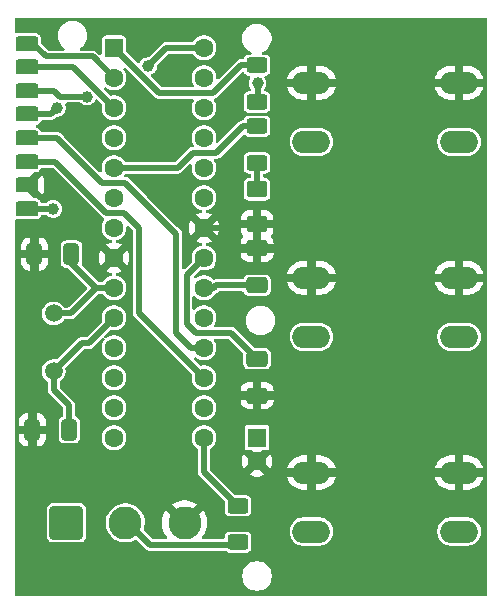
<source format=gbr>
%TF.GenerationSoftware,KiCad,Pcbnew,9.0.1*%
%TF.CreationDate,2025-06-03T10:55:25+05:30*%
%TF.ProjectId,lighting_pcb_tht,6c696768-7469-46e6-975f-7063625f7468,rev?*%
%TF.SameCoordinates,Original*%
%TF.FileFunction,Copper,L1,Top*%
%TF.FilePolarity,Positive*%
%FSLAX46Y46*%
G04 Gerber Fmt 4.6, Leading zero omitted, Abs format (unit mm)*
G04 Created by KiCad (PCBNEW 9.0.1) date 2025-06-03 10:55:25*
%MOMM*%
%LPD*%
G01*
G04 APERTURE LIST*
G04 Aperture macros list*
%AMRoundRect*
0 Rectangle with rounded corners*
0 $1 Rounding radius*
0 $2 $3 $4 $5 $6 $7 $8 $9 X,Y pos of 4 corners*
0 Add a 4 corners polygon primitive as box body*
4,1,4,$2,$3,$4,$5,$6,$7,$8,$9,$2,$3,0*
0 Add four circle primitives for the rounded corners*
1,1,$1+$1,$2,$3*
1,1,$1+$1,$4,$5*
1,1,$1+$1,$6,$7*
1,1,$1+$1,$8,$9*
0 Add four rect primitives between the rounded corners*
20,1,$1+$1,$2,$3,$4,$5,0*
20,1,$1+$1,$4,$5,$6,$7,0*
20,1,$1+$1,$6,$7,$8,$9,0*
20,1,$1+$1,$8,$9,$2,$3,0*%
G04 Aperture macros list end*
%TA.AperFunction,SMDPad,CuDef*%
%ADD10RoundRect,0.250001X-0.624999X0.462499X-0.624999X-0.462499X0.624999X-0.462499X0.624999X0.462499X0*%
%TD*%
%TA.AperFunction,SMDPad,CuDef*%
%ADD11RoundRect,0.250000X-0.625000X0.400000X-0.625000X-0.400000X0.625000X-0.400000X0.625000X0.400000X0*%
%TD*%
%TA.AperFunction,SMDPad,CuDef*%
%ADD12RoundRect,0.190500X-0.762000X-0.444500X0.762000X-0.444500X0.762000X0.444500X-0.762000X0.444500X0*%
%TD*%
%TA.AperFunction,ComponentPad*%
%ADD13RoundRect,0.250000X-0.550000X-0.550000X0.550000X-0.550000X0.550000X0.550000X-0.550000X0.550000X0*%
%TD*%
%TA.AperFunction,ComponentPad*%
%ADD14C,1.600000*%
%TD*%
%TA.AperFunction,ComponentPad*%
%ADD15O,3.200000X1.900000*%
%TD*%
%TA.AperFunction,ComponentPad*%
%ADD16R,1.600000X1.600000*%
%TD*%
%TA.AperFunction,ComponentPad*%
%ADD17C,2.800000*%
%TD*%
%TA.AperFunction,ComponentPad*%
%ADD18RoundRect,0.250001X-1.149999X-1.149999X1.149999X-1.149999X1.149999X1.149999X-1.149999X1.149999X0*%
%TD*%
%TA.AperFunction,SMDPad,CuDef*%
%ADD19RoundRect,0.250000X0.412500X0.650000X-0.412500X0.650000X-0.412500X-0.650000X0.412500X-0.650000X0*%
%TD*%
%TA.AperFunction,SMDPad,CuDef*%
%ADD20RoundRect,0.250000X-0.650000X0.412500X-0.650000X-0.412500X0.650000X-0.412500X0.650000X0.412500X0*%
%TD*%
%TA.AperFunction,SMDPad,CuDef*%
%ADD21RoundRect,0.250000X0.650000X-0.412500X0.650000X0.412500X-0.650000X0.412500X-0.650000X-0.412500X0*%
%TD*%
%TA.AperFunction,ComponentPad*%
%ADD22C,1.500000*%
%TD*%
%TA.AperFunction,ViaPad*%
%ADD23C,1.000000*%
%TD*%
%TA.AperFunction,Conductor*%
%ADD24C,0.500000*%
%TD*%
%TA.AperFunction,Conductor*%
%ADD25C,0.200000*%
%TD*%
G04 APERTURE END LIST*
D10*
%TO.P,D1,2,A*%
%TO.N,GND*%
X21000000Y-17995000D03*
%TO.P,D1,1,K*%
%TO.N,Net-(D1-K)*%
X21000000Y-15020000D03*
%TD*%
D11*
%TO.P,R1,1*%
%TO.N,Net-(U1-~{RESET}{slash}PC6)*%
X21000000Y-4537500D03*
%TO.P,R1,2*%
%TO.N,+5V*%
X21000000Y-7637500D03*
%TD*%
D12*
%TO.P,U2,8,RX*%
%TO.N,Net-(U1-PD0)*%
X1500000Y-2690000D03*
%TO.P,U2,7,TX*%
%TO.N,Net-(U1-PD1)*%
X1500000Y-4690000D03*
%TO.P,U2,6,SCK*%
%TO.N,Net-(U1-PC5)*%
X1500000Y-6690000D03*
%TO.P,U2,5,RST*%
%TO.N,Net-(U1-~{RESET}{slash}PC6)*%
X1500000Y-8690000D03*
%TO.P,U2,4,MISO*%
%TO.N,Net-(U1-PB4)*%
X1500000Y-10690000D03*
%TO.P,U2,3,MOSI*%
%TO.N,Net-(U1-PB3)*%
X1500000Y-12690000D03*
%TO.P,U2,2,GND*%
%TO.N,GND*%
X1500000Y-14690000D03*
%TO.P,U2,1,Vcc*%
%TO.N,+5V*%
X1500000Y-16690000D03*
%TD*%
D13*
%TO.P,U1,1,~{RESET}/PC6*%
%TO.N,Net-(U1-~{RESET}{slash}PC6)*%
X8890000Y-3050000D03*
D14*
%TO.P,U1,2,PD0*%
%TO.N,Net-(U1-PD0)*%
X8890000Y-5590000D03*
%TO.P,U1,3,PD1*%
%TO.N,Net-(U1-PD1)*%
X8890000Y-8130000D03*
%TO.P,U1,4,PD2*%
%TO.N,unconnected-(U1-PD2-Pad4)*%
X8890000Y-10670000D03*
%TO.P,U1,5,PD3*%
%TO.N,Net-(U1-PD3)*%
X8890000Y-13210000D03*
%TO.P,U1,6,PD4*%
%TO.N,unconnected-(U1-PD4-Pad6)*%
X8890000Y-15750000D03*
%TO.P,U1,7,VCC*%
%TO.N,+5V*%
X8890000Y-18290000D03*
%TO.P,U1,8,GND*%
%TO.N,GND*%
X8890000Y-20830000D03*
%TO.P,U1,9,XTAL1/PB6*%
%TO.N,Net-(U1-XTAL1{slash}PB6)*%
X8890000Y-23370000D03*
%TO.P,U1,10,XTAL2/PB7*%
%TO.N,Net-(U1-XTAL2{slash}PB7)*%
X8890000Y-25910000D03*
%TO.P,U1,11,PD5*%
%TO.N,Net-(U1-PD5)*%
X8890000Y-28450000D03*
%TO.P,U1,12,PD6*%
%TO.N,Net-(U1-PD6)*%
X8890000Y-30990000D03*
%TO.P,U1,13,PD7*%
%TO.N,Net-(U1-PD7)*%
X8890000Y-33530000D03*
%TO.P,U1,14,PB0*%
%TO.N,unconnected-(U1-PB0-Pad14)*%
X8890000Y-36070000D03*
%TO.P,U1,15,PB1*%
%TO.N,Net-(U1-PB1)*%
X16510000Y-36070000D03*
%TO.P,U1,16,PB2*%
%TO.N,unconnected-(U1-PB2-Pad16)*%
X16510000Y-33530000D03*
%TO.P,U1,17,PB3*%
%TO.N,Net-(U1-PB3)*%
X16510000Y-30990000D03*
%TO.P,U1,18,PB4*%
%TO.N,Net-(U1-PB4)*%
X16510000Y-28450000D03*
%TO.P,U1,19,PB5*%
%TO.N,unconnected-(U1-PB5-Pad19)*%
X16510000Y-25910000D03*
%TO.P,U1,20,AVCC*%
%TO.N,+5V*%
X16510000Y-23370000D03*
%TO.P,U1,21,AREF*%
%TO.N,Net-(U1-AREF)*%
X16510000Y-20830000D03*
%TO.P,U1,22,GND*%
%TO.N,GND*%
X16510000Y-18290000D03*
%TO.P,U1,23,PC0*%
%TO.N,unconnected-(U1-PC0-Pad23)*%
X16510000Y-15750000D03*
%TO.P,U1,24,PC1*%
%TO.N,unconnected-(U1-PC1-Pad24)*%
X16510000Y-13210000D03*
%TO.P,U1,25,PC2*%
%TO.N,unconnected-(U1-PC2-Pad25)*%
X16510000Y-10670000D03*
%TO.P,U1,26,PC3*%
%TO.N,unconnected-(U1-PC3-Pad26)*%
X16510000Y-8130000D03*
%TO.P,U1,27,PC4*%
%TO.N,unconnected-(U1-PC4-Pad27)*%
X16510000Y-5590000D03*
%TO.P,U1,28,PC5*%
%TO.N,Net-(U1-PC5)*%
X16510000Y-3050000D03*
%TD*%
D15*
%TO.P,SW3,2,2*%
%TO.N,Net-(U1-PD7)*%
X38100000Y-44010000D03*
X25600000Y-44010000D03*
%TO.P,SW3,1,1*%
%TO.N,GND*%
X38100000Y-39010000D03*
X25600000Y-39010000D03*
%TD*%
%TO.P,SW2,2,2*%
%TO.N,Net-(U1-PD6)*%
X38100000Y-27510000D03*
X25600000Y-27510000D03*
%TO.P,SW2,1,1*%
%TO.N,GND*%
X38100000Y-22510000D03*
X25600000Y-22510000D03*
%TD*%
D14*
%TO.P,C3,2*%
%TO.N,GND*%
X21000000Y-38050000D03*
D16*
%TO.P,C3,1*%
%TO.N,+5V*%
X21000000Y-36050000D03*
%TD*%
D17*
%TO.P,J1,3,Pin_3*%
%TO.N,GND*%
X14860000Y-43270000D03*
%TO.P,J1,2,Pin_2*%
%TO.N,Net-(J1-Pin_2)*%
X9860000Y-43270000D03*
D18*
%TO.P,J1,1,Pin_1*%
%TO.N,+5V*%
X4860000Y-43270000D03*
%TD*%
D11*
%TO.P,R2,2*%
%TO.N,Net-(J1-Pin_2)*%
X19380000Y-44910000D03*
%TO.P,R2,1*%
%TO.N,Net-(U1-PB1)*%
X19380000Y-41810000D03*
%TD*%
D19*
%TO.P,C2,2*%
%TO.N,GND*%
X2157500Y-20510000D03*
%TO.P,C2,1*%
%TO.N,Net-(U1-XTAL1{slash}PB6)*%
X5282500Y-20510000D03*
%TD*%
D20*
%TO.P,C5,2*%
%TO.N,GND*%
X21000000Y-32490000D03*
%TO.P,C5,1*%
%TO.N,Net-(U1-AREF)*%
X21000000Y-29365000D03*
%TD*%
D21*
%TO.P,C1,2*%
%TO.N,GND*%
X21000000Y-20037500D03*
%TO.P,C1,1*%
%TO.N,+5V*%
X21000000Y-23162500D03*
%TD*%
D11*
%TO.P,R3,2*%
%TO.N,Net-(D1-K)*%
X21000000Y-12797500D03*
%TO.P,R3,1*%
%TO.N,Net-(U1-PD3)*%
X21000000Y-9697500D03*
%TD*%
D19*
%TO.P,C4,2*%
%TO.N,GND*%
X1985000Y-35400000D03*
%TO.P,C4,1*%
%TO.N,Net-(U1-XTAL2{slash}PB7)*%
X5110000Y-35400000D03*
%TD*%
D15*
%TO.P,SW1,2,2*%
%TO.N,Net-(U1-PD5)*%
X38100000Y-11000000D03*
X25600000Y-11000000D03*
%TO.P,SW1,1,1*%
%TO.N,GND*%
X38100000Y-6000000D03*
X25600000Y-6000000D03*
%TD*%
D22*
%TO.P,Y1,2,2*%
%TO.N,Net-(U1-XTAL2{slash}PB7)*%
X3790000Y-30420000D03*
%TO.P,Y1,1,1*%
%TO.N,Net-(U1-XTAL1{slash}PB6)*%
X3790000Y-25540000D03*
%TD*%
D23*
%TO.N,Net-(U1-PC5)*%
X11776752Y-4593248D03*
X6598248Y-7181752D03*
%TO.N,+5V*%
X21040000Y-6060000D03*
X3730000Y-16690000D03*
%TO.N,Net-(U1-~{RESET}{slash}PC6)*%
X4060000Y-8120000D03*
%TD*%
D24*
%TO.N,Net-(U1-PB1)*%
X16510000Y-38940000D02*
X19380000Y-41810000D01*
X16510000Y-36070000D02*
X16510000Y-38940000D01*
%TO.N,Net-(J1-Pin_2)*%
X19160000Y-45130000D02*
X19380000Y-44910000D01*
X11910000Y-45130000D02*
X19160000Y-45130000D01*
X9840000Y-43060000D02*
X11910000Y-45130000D01*
%TO.N,Net-(U1-AREF)*%
X15810000Y-27180000D02*
X18815000Y-27180000D01*
X15030000Y-26400000D02*
X15810000Y-27180000D01*
X15030000Y-22310000D02*
X15030000Y-26400000D01*
X16510000Y-20830000D02*
X15030000Y-22310000D01*
X18815000Y-27180000D02*
X21000000Y-29365000D01*
%TO.N,+5V*%
X17547500Y-23162500D02*
X21000000Y-23162500D01*
%TO.N,GND*%
X19577500Y-20037500D02*
X21000000Y-20037500D01*
X17830000Y-18290000D02*
X19577500Y-20037500D01*
X16510000Y-18290000D02*
X17830000Y-18290000D01*
%TO.N,Net-(U1-~{RESET}{slash}PC6)*%
X19622500Y-4537500D02*
X21000000Y-4537500D01*
%TO.N,Net-(U1-PD3)*%
X19807500Y-9697500D02*
X21000000Y-9697500D01*
%TO.N,Net-(D1-K)*%
X21000000Y-12797500D02*
X21000000Y-15020000D01*
%TO.N,+5V*%
X3730000Y-16690000D02*
X1500000Y-16690000D01*
%TO.N,Net-(U1-PB3)*%
X3910000Y-12690000D02*
X1500000Y-12690000D01*
X8240000Y-17020000D02*
X3910000Y-12690000D01*
X11000000Y-18290000D02*
X9730000Y-17020000D01*
X11000000Y-25480000D02*
X11000000Y-18290000D01*
X9730000Y-17020000D02*
X8240000Y-17020000D01*
X16510000Y-30990000D02*
X11000000Y-25480000D01*
%TO.N,Net-(U1-PB4)*%
X4090000Y-10690000D02*
X1500000Y-10690000D01*
X9810000Y-14480000D02*
X7880000Y-14480000D01*
X14150000Y-27200000D02*
X14150000Y-18820000D01*
X14150000Y-18820000D02*
X9810000Y-14480000D01*
X7880000Y-14480000D02*
X4090000Y-10690000D01*
X15400000Y-28450000D02*
X14150000Y-27200000D01*
X16510000Y-28450000D02*
X15400000Y-28450000D01*
%TO.N,Net-(U1-~{RESET}{slash}PC6)*%
X3481386Y-8690000D02*
X1500000Y-8690000D01*
X3625693Y-8545693D02*
X3481386Y-8690000D01*
%TO.N,Net-(U1-PC5)*%
X3800000Y-6690000D02*
X1500000Y-6690000D01*
X4290000Y-7180000D02*
X3800000Y-6690000D01*
X6596496Y-7180000D02*
X4290000Y-7180000D01*
X6598248Y-7181752D02*
X6596496Y-7180000D01*
%TO.N,Net-(U1-PD1)*%
X8890000Y-8130000D02*
X5450000Y-4690000D01*
X5450000Y-4690000D02*
X1500000Y-4690000D01*
%TO.N,Net-(U1-PD0)*%
X3110000Y-3780000D02*
X7080000Y-3780000D01*
X2020000Y-2690000D02*
X3110000Y-3780000D01*
X7080000Y-3780000D02*
X8890000Y-5590000D01*
X1500000Y-2690000D02*
X2020000Y-2690000D01*
%TO.N,Net-(U1-PC5)*%
X11776752Y-4593248D02*
X13320000Y-3050000D01*
X13320000Y-3050000D02*
X16510000Y-3050000D01*
%TO.N,+5V*%
X17340000Y-23370000D02*
X17547500Y-23162500D01*
X21040000Y-7637500D02*
X21040000Y-6060000D01*
X16510000Y-23370000D02*
X17340000Y-23370000D01*
D25*
%TO.N,Net-(D1-K)*%
X21080000Y-15000000D02*
X21100000Y-15020000D01*
D24*
%TO.N,Net-(U1-PD3)*%
X19807500Y-9697500D02*
X17565000Y-11940000D01*
X15540000Y-11940000D02*
X14270000Y-13210000D01*
X14270000Y-13210000D02*
X8890000Y-13210000D01*
X17565000Y-11940000D02*
X15540000Y-11940000D01*
%TO.N,Net-(U1-AREF)*%
X16510000Y-20830000D02*
X16950000Y-21270000D01*
%TO.N,Net-(U1-XTAL2{slash}PB7)*%
X6160000Y-28050000D02*
X6750000Y-28050000D01*
X5110000Y-33330000D02*
X5110000Y-35400000D01*
X6750000Y-28050000D02*
X8890000Y-25910000D01*
X3790000Y-30420000D02*
X3790000Y-32010000D01*
X3790000Y-32010000D02*
X5110000Y-33330000D01*
X3790000Y-30420000D02*
X6160000Y-28050000D01*
%TO.N,Net-(U1-PB1)*%
X19380000Y-41800000D02*
X19380000Y-41810000D01*
%TO.N,Net-(U1-~{RESET}{slash}PC6)*%
X17300000Y-6860000D02*
X19622500Y-4537500D01*
X8890000Y-3050000D02*
X8890000Y-3051414D01*
X4060000Y-8120000D02*
X4051387Y-8120000D01*
X4051387Y-8120000D02*
X3625693Y-8545693D01*
X8890000Y-3051414D02*
X12698586Y-6860000D01*
X12698586Y-6860000D02*
X17300000Y-6860000D01*
%TO.N,Net-(U1-XTAL1{slash}PB6)*%
X7390000Y-23370000D02*
X8890000Y-23370000D01*
X7390000Y-23370000D02*
X7360000Y-23370000D01*
X7360000Y-23370000D02*
X5282500Y-21292500D01*
X5220000Y-25540000D02*
X7390000Y-23370000D01*
X3790000Y-25540000D02*
X5220000Y-25540000D01*
X5282500Y-21292500D02*
X5282500Y-20510000D01*
%TD*%
%TA.AperFunction,Conductor*%
%TO.N,GND*%
G36*
X40442539Y-520185D02*
G01*
X40488294Y-572989D01*
X40499500Y-624500D01*
X40499500Y-49375500D01*
X40479815Y-49442539D01*
X40427011Y-49488294D01*
X40375500Y-49499500D01*
X624500Y-49499500D01*
X557461Y-49479815D01*
X511706Y-49427011D01*
X500500Y-49375500D01*
X500500Y-47671577D01*
X19749500Y-47671577D01*
X19749500Y-47868422D01*
X19780290Y-48062826D01*
X19841117Y-48250029D01*
X19930476Y-48425405D01*
X20046172Y-48584646D01*
X20185354Y-48723828D01*
X20344595Y-48839524D01*
X20427455Y-48881743D01*
X20519970Y-48928882D01*
X20519972Y-48928882D01*
X20519975Y-48928884D01*
X20620317Y-48961487D01*
X20707173Y-48989709D01*
X20901578Y-49020500D01*
X20901583Y-49020500D01*
X21098422Y-49020500D01*
X21292826Y-48989709D01*
X21480025Y-48928884D01*
X21655405Y-48839524D01*
X21814646Y-48723828D01*
X21953828Y-48584646D01*
X22069524Y-48425405D01*
X22158884Y-48250025D01*
X22219709Y-48062826D01*
X22250500Y-47868422D01*
X22250500Y-47671577D01*
X22219709Y-47477173D01*
X22158882Y-47289970D01*
X22069523Y-47114594D01*
X21953828Y-46955354D01*
X21814646Y-46816172D01*
X21655405Y-46700476D01*
X21480029Y-46611117D01*
X21292826Y-46550290D01*
X21098422Y-46519500D01*
X21098417Y-46519500D01*
X20901583Y-46519500D01*
X20901578Y-46519500D01*
X20707173Y-46550290D01*
X20519970Y-46611117D01*
X20344594Y-46700476D01*
X20253741Y-46766485D01*
X20185354Y-46816172D01*
X20185352Y-46816174D01*
X20185351Y-46816174D01*
X20046174Y-46955351D01*
X20046174Y-46955352D01*
X20046172Y-46955354D01*
X19996485Y-47023741D01*
X19930476Y-47114594D01*
X19841117Y-47289970D01*
X19780290Y-47477173D01*
X19749500Y-47671577D01*
X500500Y-47671577D01*
X500500Y-42072136D01*
X3209500Y-42072136D01*
X3209500Y-44467863D01*
X3209501Y-44467882D01*
X3215908Y-44527481D01*
X3266202Y-44662327D01*
X3266203Y-44662328D01*
X3266204Y-44662330D01*
X3352454Y-44777546D01*
X3467670Y-44863796D01*
X3467671Y-44863796D01*
X3467672Y-44863797D01*
X3602518Y-44914091D01*
X3602517Y-44914091D01*
X3609445Y-44914835D01*
X3662128Y-44920500D01*
X3662137Y-44920500D01*
X6057863Y-44920500D01*
X6057872Y-44920500D01*
X6117482Y-44914091D01*
X6252330Y-44863796D01*
X6367546Y-44777546D01*
X6453796Y-44662330D01*
X6504091Y-44527482D01*
X6510500Y-44467872D01*
X6510500Y-43140097D01*
X8209500Y-43140097D01*
X8209500Y-43399902D01*
X8250140Y-43656493D01*
X8330422Y-43903576D01*
X8387659Y-44015908D01*
X8436696Y-44112148D01*
X8448368Y-44135054D01*
X8461010Y-44152454D01*
X8601069Y-44345229D01*
X8784771Y-44528931D01*
X8994949Y-44681634D01*
X9100916Y-44735627D01*
X9226423Y-44799577D01*
X9226425Y-44799577D01*
X9226428Y-44799579D01*
X9473507Y-44879860D01*
X9605706Y-44900797D01*
X9730098Y-44920500D01*
X9730103Y-44920500D01*
X9989902Y-44920500D01*
X10103298Y-44902539D01*
X10246493Y-44879860D01*
X10493572Y-44799579D01*
X10663838Y-44712823D01*
X10732505Y-44699927D01*
X10797246Y-44726203D01*
X10807813Y-44735627D01*
X11602686Y-45530500D01*
X11716814Y-45596392D01*
X11844107Y-45630500D01*
X11844108Y-45630500D01*
X18309045Y-45630500D01*
X18376084Y-45650185D01*
X18396720Y-45666812D01*
X18397455Y-45667547D01*
X18512664Y-45753793D01*
X18512671Y-45753797D01*
X18647517Y-45804091D01*
X18647516Y-45804091D01*
X18654444Y-45804835D01*
X18707127Y-45810500D01*
X20052872Y-45810499D01*
X20112483Y-45804091D01*
X20247331Y-45753796D01*
X20362546Y-45667546D01*
X20448796Y-45552331D01*
X20499091Y-45417483D01*
X20505500Y-45357873D01*
X20505499Y-44462128D01*
X20499091Y-44402517D01*
X20477722Y-44345225D01*
X20448797Y-44267671D01*
X20448793Y-44267664D01*
X20362547Y-44152455D01*
X20362544Y-44152452D01*
X20247335Y-44066206D01*
X20247328Y-44066202D01*
X20141762Y-44026829D01*
X20112482Y-44015908D01*
X20112483Y-44015908D01*
X20052883Y-44009501D01*
X20052881Y-44009500D01*
X20052873Y-44009500D01*
X20052864Y-44009500D01*
X18707129Y-44009500D01*
X18707123Y-44009501D01*
X18647516Y-44015908D01*
X18512671Y-44066202D01*
X18512664Y-44066206D01*
X18397455Y-44152452D01*
X18397452Y-44152455D01*
X18311206Y-44267664D01*
X18311202Y-44267671D01*
X18260908Y-44402517D01*
X18254501Y-44462116D01*
X18254501Y-44462123D01*
X18254500Y-44462135D01*
X18254500Y-44505500D01*
X18234815Y-44572539D01*
X18182011Y-44618294D01*
X18130500Y-44629500D01*
X16463164Y-44629500D01*
X16396125Y-44609815D01*
X16350370Y-44557011D01*
X16340426Y-44487853D01*
X16364788Y-44430013D01*
X16443180Y-44327849D01*
X16443186Y-44327841D01*
X16567711Y-44112159D01*
X16567716Y-44112148D01*
X16649165Y-43915513D01*
X23749500Y-43915513D01*
X23749500Y-44104486D01*
X23779059Y-44291118D01*
X23837454Y-44470836D01*
X23908268Y-44609815D01*
X23923240Y-44639199D01*
X24034310Y-44792073D01*
X24167927Y-44925690D01*
X24320801Y-45036760D01*
X24400347Y-45077290D01*
X24489163Y-45122545D01*
X24489165Y-45122545D01*
X24489168Y-45122547D01*
X24585497Y-45153846D01*
X24668881Y-45180940D01*
X24855514Y-45210500D01*
X24855519Y-45210500D01*
X26344486Y-45210500D01*
X26531118Y-45180940D01*
X26710832Y-45122547D01*
X26879199Y-45036760D01*
X27032073Y-44925690D01*
X27165690Y-44792073D01*
X27276760Y-44639199D01*
X27362547Y-44470832D01*
X27420940Y-44291118D01*
X27442902Y-44152455D01*
X27450500Y-44104486D01*
X27450500Y-43915513D01*
X36249500Y-43915513D01*
X36249500Y-44104486D01*
X36279059Y-44291118D01*
X36337454Y-44470836D01*
X36408268Y-44609815D01*
X36423240Y-44639199D01*
X36534310Y-44792073D01*
X36667927Y-44925690D01*
X36820801Y-45036760D01*
X36900347Y-45077290D01*
X36989163Y-45122545D01*
X36989165Y-45122545D01*
X36989168Y-45122547D01*
X37085497Y-45153846D01*
X37168881Y-45180940D01*
X37355514Y-45210500D01*
X37355519Y-45210500D01*
X38844486Y-45210500D01*
X39031118Y-45180940D01*
X39210832Y-45122547D01*
X39379199Y-45036760D01*
X39532073Y-44925690D01*
X39665690Y-44792073D01*
X39776760Y-44639199D01*
X39862547Y-44470832D01*
X39920940Y-44291118D01*
X39942902Y-44152455D01*
X39950500Y-44104486D01*
X39950500Y-43915513D01*
X39920940Y-43728881D01*
X39862545Y-43549163D01*
X39786492Y-43399902D01*
X39776760Y-43380801D01*
X39665690Y-43227927D01*
X39532073Y-43094310D01*
X39379199Y-42983240D01*
X39337729Y-42962110D01*
X39210836Y-42897454D01*
X39031118Y-42839059D01*
X38844486Y-42809500D01*
X38844481Y-42809500D01*
X37355519Y-42809500D01*
X37355514Y-42809500D01*
X37168881Y-42839059D01*
X36989163Y-42897454D01*
X36820800Y-42983240D01*
X36733579Y-43046610D01*
X36667927Y-43094310D01*
X36667925Y-43094312D01*
X36667924Y-43094312D01*
X36534312Y-43227924D01*
X36534312Y-43227925D01*
X36534310Y-43227927D01*
X36503742Y-43270000D01*
X36423240Y-43380800D01*
X36337454Y-43549163D01*
X36279059Y-43728881D01*
X36249500Y-43915513D01*
X27450500Y-43915513D01*
X27420940Y-43728881D01*
X27362545Y-43549163D01*
X27286492Y-43399902D01*
X27276760Y-43380801D01*
X27165690Y-43227927D01*
X27032073Y-43094310D01*
X26879199Y-42983240D01*
X26837729Y-42962110D01*
X26710836Y-42897454D01*
X26531118Y-42839059D01*
X26344486Y-42809500D01*
X26344481Y-42809500D01*
X24855519Y-42809500D01*
X24855514Y-42809500D01*
X24668881Y-42839059D01*
X24489163Y-42897454D01*
X24320800Y-42983240D01*
X24233579Y-43046610D01*
X24167927Y-43094310D01*
X24167925Y-43094312D01*
X24167924Y-43094312D01*
X24034312Y-43227924D01*
X24034312Y-43227925D01*
X24034310Y-43227927D01*
X24003742Y-43270000D01*
X23923240Y-43380800D01*
X23837454Y-43549163D01*
X23779059Y-43728881D01*
X23749500Y-43915513D01*
X16649165Y-43915513D01*
X16663026Y-43882049D01*
X16727491Y-43641463D01*
X16760000Y-43394533D01*
X16760000Y-43145466D01*
X16727491Y-42898536D01*
X16663026Y-42657950D01*
X16567716Y-42427851D01*
X16567711Y-42427840D01*
X16443182Y-42212151D01*
X16430001Y-42194973D01*
X16430000Y-42194973D01*
X15494901Y-43130072D01*
X15485021Y-43080402D01*
X15436022Y-42962110D01*
X15364888Y-42855649D01*
X15274351Y-42765112D01*
X15167890Y-42693978D01*
X15049598Y-42644979D01*
X14999926Y-42635098D01*
X15935026Y-41699998D01*
X15935025Y-41699997D01*
X15917854Y-41686822D01*
X15917841Y-41686812D01*
X15702159Y-41562288D01*
X15702148Y-41562283D01*
X15472049Y-41466973D01*
X15231463Y-41402508D01*
X14984534Y-41370000D01*
X14735466Y-41370000D01*
X14488536Y-41402508D01*
X14247950Y-41466973D01*
X14017851Y-41562283D01*
X14017840Y-41562288D01*
X13802150Y-41686818D01*
X13802145Y-41686821D01*
X13784973Y-41699997D01*
X13784973Y-41699998D01*
X14720073Y-42635098D01*
X14670402Y-42644979D01*
X14552110Y-42693978D01*
X14445649Y-42765112D01*
X14355112Y-42855649D01*
X14283978Y-42962110D01*
X14234979Y-43080402D01*
X14225098Y-43130073D01*
X13289998Y-42194973D01*
X13289997Y-42194973D01*
X13276821Y-42212145D01*
X13276818Y-42212150D01*
X13152288Y-42427840D01*
X13152283Y-42427851D01*
X13056973Y-42657950D01*
X12992508Y-42898536D01*
X12960000Y-43145466D01*
X12960000Y-43394533D01*
X12992508Y-43641463D01*
X13056973Y-43882049D01*
X13152283Y-44112148D01*
X13152288Y-44112159D01*
X13276813Y-44327841D01*
X13276819Y-44327849D01*
X13355212Y-44430013D01*
X13380406Y-44495183D01*
X13366368Y-44563627D01*
X13317554Y-44613617D01*
X13256836Y-44629500D01*
X12168676Y-44629500D01*
X12101637Y-44609815D01*
X12080995Y-44593181D01*
X11443753Y-43955939D01*
X11410268Y-43894616D01*
X11413502Y-43829941D01*
X11469860Y-43656493D01*
X11510500Y-43399902D01*
X11510500Y-43140097D01*
X11472240Y-42898536D01*
X11469860Y-42883507D01*
X11389579Y-42636428D01*
X11389577Y-42636425D01*
X11389577Y-42636423D01*
X11295776Y-42452331D01*
X11271634Y-42404949D01*
X11118931Y-42194771D01*
X10935229Y-42011069D01*
X10935225Y-42011066D01*
X10725055Y-41858368D01*
X10493576Y-41740422D01*
X10246493Y-41660140D01*
X9989902Y-41619500D01*
X9989897Y-41619500D01*
X9730103Y-41619500D01*
X9730098Y-41619500D01*
X9473506Y-41660140D01*
X9226423Y-41740422D01*
X8994945Y-41858368D01*
X8784774Y-42011066D01*
X8784768Y-42011071D01*
X8601071Y-42194768D01*
X8601066Y-42194774D01*
X8448368Y-42404945D01*
X8330422Y-42636423D01*
X8250140Y-42883506D01*
X8209500Y-43140097D01*
X6510500Y-43140097D01*
X6510500Y-42072128D01*
X6504091Y-42012518D01*
X6453796Y-41877670D01*
X6367546Y-41762454D01*
X6252330Y-41676204D01*
X6252328Y-41676203D01*
X6252327Y-41676202D01*
X6117481Y-41625908D01*
X6117482Y-41625908D01*
X6057882Y-41619501D01*
X6057880Y-41619500D01*
X6057872Y-41619500D01*
X3662128Y-41619500D01*
X3662120Y-41619500D01*
X3662117Y-41619501D01*
X3602518Y-41625908D01*
X3467672Y-41676202D01*
X3467670Y-41676204D01*
X3352454Y-41762454D01*
X3266204Y-41877670D01*
X3266202Y-41877672D01*
X3215908Y-42012518D01*
X3209501Y-42072117D01*
X3209500Y-42072136D01*
X500500Y-42072136D01*
X500500Y-36099986D01*
X822501Y-36099986D01*
X832994Y-36202697D01*
X888141Y-36369119D01*
X888143Y-36369124D01*
X980184Y-36518345D01*
X1104154Y-36642315D01*
X1253375Y-36734356D01*
X1253380Y-36734358D01*
X1419802Y-36789505D01*
X1419809Y-36789506D01*
X1522519Y-36799999D01*
X1634999Y-36799999D01*
X2335000Y-36799999D01*
X2447472Y-36799999D01*
X2447486Y-36799998D01*
X2550197Y-36789505D01*
X2716619Y-36734358D01*
X2716624Y-36734356D01*
X2865845Y-36642315D01*
X2989815Y-36518345D01*
X3081856Y-36369124D01*
X3081858Y-36369119D01*
X3137005Y-36202697D01*
X3137006Y-36202690D01*
X3147499Y-36099986D01*
X3147500Y-36099973D01*
X3147500Y-35750000D01*
X2335000Y-35750000D01*
X2335000Y-36799999D01*
X1634999Y-36799999D01*
X1635000Y-36799998D01*
X1635000Y-35750000D01*
X822501Y-35750000D01*
X822501Y-36099986D01*
X500500Y-36099986D01*
X500500Y-34700013D01*
X822500Y-34700013D01*
X822500Y-35050000D01*
X1635000Y-35050000D01*
X2335000Y-35050000D01*
X3147499Y-35050000D01*
X3147499Y-34700028D01*
X3147498Y-34700013D01*
X3137005Y-34597302D01*
X3081858Y-34430880D01*
X3081856Y-34430875D01*
X2989815Y-34281654D01*
X2865845Y-34157684D01*
X2716624Y-34065643D01*
X2716619Y-34065641D01*
X2550197Y-34010494D01*
X2550190Y-34010493D01*
X2447486Y-34000000D01*
X2335000Y-34000000D01*
X2335000Y-35050000D01*
X1635000Y-35050000D01*
X1635000Y-34000000D01*
X1522527Y-34000000D01*
X1522512Y-34000001D01*
X1419802Y-34010494D01*
X1253380Y-34065641D01*
X1253375Y-34065643D01*
X1104154Y-34157684D01*
X980184Y-34281654D01*
X888143Y-34430875D01*
X888141Y-34430880D01*
X832994Y-34597302D01*
X832993Y-34597309D01*
X822500Y-34700013D01*
X500500Y-34700013D01*
X500500Y-30518543D01*
X2789499Y-30518543D01*
X2827947Y-30711829D01*
X2827950Y-30711839D01*
X2903364Y-30893907D01*
X2903371Y-30893920D01*
X3012860Y-31057781D01*
X3012863Y-31057785D01*
X3152213Y-31197135D01*
X3152216Y-31197137D01*
X3152218Y-31197139D01*
X3234391Y-31252045D01*
X3279195Y-31305655D01*
X3289500Y-31355146D01*
X3289500Y-32075891D01*
X3323608Y-32203187D01*
X3356554Y-32260250D01*
X3389500Y-32317314D01*
X3389502Y-32317316D01*
X4573181Y-33500995D01*
X4606666Y-33562318D01*
X4609500Y-33588676D01*
X4609500Y-34162547D01*
X4589815Y-34229586D01*
X4537011Y-34275341D01*
X4528833Y-34278729D01*
X4455171Y-34306202D01*
X4455164Y-34306206D01*
X4339955Y-34392452D01*
X4339952Y-34392455D01*
X4253706Y-34507664D01*
X4253702Y-34507671D01*
X4203408Y-34642517D01*
X4197001Y-34702116D01*
X4197001Y-34702123D01*
X4197000Y-34702135D01*
X4197000Y-36097870D01*
X4197001Y-36097876D01*
X4203408Y-36157483D01*
X4253702Y-36292328D01*
X4253706Y-36292335D01*
X4339952Y-36407544D01*
X4339955Y-36407547D01*
X4455164Y-36493793D01*
X4455171Y-36493797D01*
X4590017Y-36544091D01*
X4590016Y-36544091D01*
X4596944Y-36544835D01*
X4649627Y-36550500D01*
X5570372Y-36550499D01*
X5629983Y-36544091D01*
X5764831Y-36493796D01*
X5880046Y-36407546D01*
X5966296Y-36292331D01*
X6016591Y-36157483D01*
X6023000Y-36097873D01*
X6023000Y-35966530D01*
X7839500Y-35966530D01*
X7839500Y-36173469D01*
X7879868Y-36376412D01*
X7879870Y-36376420D01*
X7959058Y-36567596D01*
X8074024Y-36739657D01*
X8220342Y-36885975D01*
X8220345Y-36885977D01*
X8392402Y-37000941D01*
X8583580Y-37080130D01*
X8784951Y-37120185D01*
X8786530Y-37120499D01*
X8786534Y-37120500D01*
X8786535Y-37120500D01*
X8993466Y-37120500D01*
X8993467Y-37120499D01*
X9196420Y-37080130D01*
X9387598Y-37000941D01*
X9559655Y-36885977D01*
X9705977Y-36739655D01*
X9820941Y-36567598D01*
X9900130Y-36376420D01*
X9940500Y-36173465D01*
X9940500Y-35966535D01*
X9940499Y-35966530D01*
X15459500Y-35966530D01*
X15459500Y-36173469D01*
X15499868Y-36376412D01*
X15499870Y-36376420D01*
X15579058Y-36567596D01*
X15694024Y-36739657D01*
X15840340Y-36885973D01*
X15840343Y-36885975D01*
X15840345Y-36885977D01*
X15954390Y-36962178D01*
X15999196Y-37015791D01*
X16009500Y-37065281D01*
X16009500Y-39005891D01*
X16043608Y-39133187D01*
X16072725Y-39183618D01*
X16109500Y-39247314D01*
X16109502Y-39247316D01*
X18218181Y-41355995D01*
X18251666Y-41417318D01*
X18254500Y-41443676D01*
X18254500Y-42257870D01*
X18254501Y-42257876D01*
X18260908Y-42317483D01*
X18311202Y-42452328D01*
X18311206Y-42452335D01*
X18397452Y-42567544D01*
X18397455Y-42567547D01*
X18512664Y-42653793D01*
X18512671Y-42653797D01*
X18647517Y-42704091D01*
X18647516Y-42704091D01*
X18654444Y-42704835D01*
X18707127Y-42710500D01*
X20052872Y-42710499D01*
X20112483Y-42704091D01*
X20247331Y-42653796D01*
X20362546Y-42567546D01*
X20448796Y-42452331D01*
X20499091Y-42317483D01*
X20505500Y-42257873D01*
X20505499Y-41362128D01*
X20499091Y-41302517D01*
X20448796Y-41167669D01*
X20448795Y-41167668D01*
X20448793Y-41167664D01*
X20362547Y-41052455D01*
X20362544Y-41052452D01*
X20247335Y-40966206D01*
X20247328Y-40966202D01*
X20112482Y-40915908D01*
X20112483Y-40915908D01*
X20052883Y-40909501D01*
X20052881Y-40909500D01*
X20052873Y-40909500D01*
X20052865Y-40909500D01*
X19238676Y-40909500D01*
X19171637Y-40889815D01*
X19150995Y-40873181D01*
X17461433Y-39183619D01*
X20361354Y-39183619D01*
X20500965Y-39254753D01*
X20500972Y-39254756D01*
X20695582Y-39317990D01*
X20897683Y-39350000D01*
X21102317Y-39350000D01*
X21304417Y-39317990D01*
X21499031Y-39254755D01*
X21552043Y-39227744D01*
X21638643Y-39183618D01*
X21000001Y-38544974D01*
X21000000Y-38544974D01*
X20361354Y-39183619D01*
X17461433Y-39183619D01*
X17046819Y-38769005D01*
X17013334Y-38707682D01*
X17010500Y-38681324D01*
X17010500Y-37947682D01*
X19700000Y-37947682D01*
X19700000Y-38152317D01*
X19732010Y-38354418D01*
X19732010Y-38354421D01*
X19795241Y-38549023D01*
X19795241Y-38549024D01*
X19866379Y-38688644D01*
X19866380Y-38688644D01*
X20505025Y-38050000D01*
X20452364Y-37997339D01*
X20600000Y-37997339D01*
X20600000Y-38102661D01*
X20627259Y-38204394D01*
X20679920Y-38295606D01*
X20754394Y-38370080D01*
X20845606Y-38422741D01*
X20947339Y-38450000D01*
X21052661Y-38450000D01*
X21154394Y-38422741D01*
X21245606Y-38370080D01*
X21320080Y-38295606D01*
X21372741Y-38204394D01*
X21400000Y-38102661D01*
X21400000Y-38050000D01*
X21494974Y-38050000D01*
X22133618Y-38688643D01*
X22148213Y-38659999D01*
X23539102Y-38659999D01*
X23539102Y-38660000D01*
X25052115Y-38660000D01*
X25023978Y-38702110D01*
X24974979Y-38820402D01*
X24950000Y-38945981D01*
X24950000Y-39074019D01*
X24974979Y-39199598D01*
X25023978Y-39317890D01*
X25052115Y-39360000D01*
X23539102Y-39360000D01*
X23606230Y-39566604D01*
X23606231Y-39566607D01*
X23709849Y-39769966D01*
X23844004Y-39954614D01*
X24005385Y-40115995D01*
X24190033Y-40250150D01*
X24393395Y-40353769D01*
X24610455Y-40424295D01*
X24835884Y-40460000D01*
X25250000Y-40460000D01*
X25250000Y-39557885D01*
X25292110Y-39586022D01*
X25410402Y-39635021D01*
X25535981Y-39660000D01*
X25664019Y-39660000D01*
X25789598Y-39635021D01*
X25907890Y-39586022D01*
X25950000Y-39557885D01*
X25950000Y-40460000D01*
X26364116Y-40460000D01*
X26589544Y-40424295D01*
X26806604Y-40353769D01*
X27009966Y-40250150D01*
X27194614Y-40115995D01*
X27355995Y-39954614D01*
X27490150Y-39769966D01*
X27593768Y-39566607D01*
X27593769Y-39566604D01*
X27660898Y-39360000D01*
X26147885Y-39360000D01*
X26176022Y-39317890D01*
X26225021Y-39199598D01*
X26250000Y-39074019D01*
X26250000Y-38945981D01*
X26225021Y-38820402D01*
X26176022Y-38702110D01*
X26147885Y-38660000D01*
X27660898Y-38660000D01*
X27660897Y-38659999D01*
X36039102Y-38659999D01*
X36039102Y-38660000D01*
X37552115Y-38660000D01*
X37523978Y-38702110D01*
X37474979Y-38820402D01*
X37450000Y-38945981D01*
X37450000Y-39074019D01*
X37474979Y-39199598D01*
X37523978Y-39317890D01*
X37552115Y-39360000D01*
X36039102Y-39360000D01*
X36106230Y-39566604D01*
X36106231Y-39566607D01*
X36209849Y-39769966D01*
X36344004Y-39954614D01*
X36505385Y-40115995D01*
X36690033Y-40250150D01*
X36893395Y-40353769D01*
X37110455Y-40424295D01*
X37335884Y-40460000D01*
X37750000Y-40460000D01*
X37750000Y-39557885D01*
X37792110Y-39586022D01*
X37910402Y-39635021D01*
X38035981Y-39660000D01*
X38164019Y-39660000D01*
X38289598Y-39635021D01*
X38407890Y-39586022D01*
X38450000Y-39557885D01*
X38450000Y-40460000D01*
X38864116Y-40460000D01*
X39089544Y-40424295D01*
X39306604Y-40353769D01*
X39509966Y-40250150D01*
X39694614Y-40115995D01*
X39855995Y-39954614D01*
X39990150Y-39769966D01*
X40093768Y-39566607D01*
X40093769Y-39566604D01*
X40160898Y-39360000D01*
X38647885Y-39360000D01*
X38676022Y-39317890D01*
X38725021Y-39199598D01*
X38750000Y-39074019D01*
X38750000Y-38945981D01*
X38725021Y-38820402D01*
X38676022Y-38702110D01*
X38647885Y-38660000D01*
X40160898Y-38660000D01*
X40160897Y-38659999D01*
X40093769Y-38453395D01*
X40093768Y-38453392D01*
X39990150Y-38250033D01*
X39855995Y-38065385D01*
X39694614Y-37904004D01*
X39509966Y-37769849D01*
X39306604Y-37666230D01*
X39089544Y-37595704D01*
X38864116Y-37560000D01*
X38450000Y-37560000D01*
X38450000Y-38462114D01*
X38407890Y-38433978D01*
X38289598Y-38384979D01*
X38164019Y-38360000D01*
X38035981Y-38360000D01*
X37910402Y-38384979D01*
X37792110Y-38433978D01*
X37750000Y-38462114D01*
X37750000Y-37560000D01*
X37335884Y-37560000D01*
X37110455Y-37595704D01*
X36893395Y-37666230D01*
X36690033Y-37769849D01*
X36505385Y-37904004D01*
X36344004Y-38065385D01*
X36209849Y-38250033D01*
X36106231Y-38453392D01*
X36106230Y-38453395D01*
X36039102Y-38659999D01*
X27660897Y-38659999D01*
X27593769Y-38453395D01*
X27593768Y-38453392D01*
X27490150Y-38250033D01*
X27355995Y-38065385D01*
X27194614Y-37904004D01*
X27009966Y-37769849D01*
X26806604Y-37666230D01*
X26589544Y-37595704D01*
X26364116Y-37560000D01*
X25950000Y-37560000D01*
X25950000Y-38462114D01*
X25907890Y-38433978D01*
X25789598Y-38384979D01*
X25664019Y-38360000D01*
X25535981Y-38360000D01*
X25410402Y-38384979D01*
X25292110Y-38433978D01*
X25250000Y-38462114D01*
X25250000Y-37560000D01*
X24835884Y-37560000D01*
X24610455Y-37595704D01*
X24393395Y-37666230D01*
X24190033Y-37769849D01*
X24005385Y-37904004D01*
X23844004Y-38065385D01*
X23709849Y-38250033D01*
X23606231Y-38453392D01*
X23606230Y-38453395D01*
X23539102Y-38659999D01*
X22148213Y-38659999D01*
X22165804Y-38625477D01*
X22165804Y-38625476D01*
X22204755Y-38549031D01*
X22267990Y-38354417D01*
X22300000Y-38152317D01*
X22300000Y-37947682D01*
X22267990Y-37745582D01*
X22204756Y-37550972D01*
X22204753Y-37550965D01*
X22133619Y-37411354D01*
X21494974Y-38050000D01*
X21400000Y-38050000D01*
X21400000Y-37997339D01*
X21372741Y-37895606D01*
X21320080Y-37804394D01*
X21245606Y-37729920D01*
X21154394Y-37677259D01*
X21052661Y-37650000D01*
X20947339Y-37650000D01*
X20845606Y-37677259D01*
X20754394Y-37729920D01*
X20679920Y-37804394D01*
X20627259Y-37895606D01*
X20600000Y-37997339D01*
X20452364Y-37997339D01*
X19866379Y-37411354D01*
X19795242Y-37550973D01*
X19795242Y-37550974D01*
X19732010Y-37745578D01*
X19732010Y-37745581D01*
X19700000Y-37947682D01*
X17010500Y-37947682D01*
X17010500Y-37065281D01*
X17030185Y-36998242D01*
X17065610Y-36962178D01*
X17179655Y-36885977D01*
X17325977Y-36739655D01*
X17440941Y-36567598D01*
X17520130Y-36376420D01*
X17560500Y-36173465D01*
X17560500Y-35966535D01*
X17520130Y-35763580D01*
X17440941Y-35572402D01*
X17325977Y-35400345D01*
X17325975Y-35400342D01*
X17179657Y-35254024D01*
X17136699Y-35225321D01*
X19949500Y-35225321D01*
X19949500Y-36874678D01*
X19964032Y-36947735D01*
X19964033Y-36947739D01*
X19964034Y-36947740D01*
X20019399Y-37030601D01*
X20093524Y-37080129D01*
X20102260Y-37085966D01*
X20102264Y-37085967D01*
X20175321Y-37100499D01*
X20175324Y-37100500D01*
X20494113Y-37100500D01*
X20561152Y-37120185D01*
X20581794Y-37136819D01*
X21000000Y-37555025D01*
X21418206Y-37136819D01*
X21479529Y-37103334D01*
X21505887Y-37100500D01*
X21824676Y-37100500D01*
X21824677Y-37100499D01*
X21897740Y-37085966D01*
X21980601Y-37030601D01*
X22035966Y-36947740D01*
X22050500Y-36874674D01*
X22050500Y-35225326D01*
X22050500Y-35225323D01*
X22050499Y-35225321D01*
X22035967Y-35152264D01*
X22035966Y-35152260D01*
X21980601Y-35069399D01*
X21897740Y-35014034D01*
X21897739Y-35014033D01*
X21897735Y-35014032D01*
X21824677Y-34999500D01*
X21824674Y-34999500D01*
X20175326Y-34999500D01*
X20175323Y-34999500D01*
X20102264Y-35014032D01*
X20102260Y-35014033D01*
X20019399Y-35069399D01*
X19964033Y-35152260D01*
X19964032Y-35152264D01*
X19949500Y-35225321D01*
X17136699Y-35225321D01*
X17093626Y-35196541D01*
X17007598Y-35139059D01*
X16816420Y-35059870D01*
X16816412Y-35059868D01*
X16613469Y-35019500D01*
X16613465Y-35019500D01*
X16406535Y-35019500D01*
X16406530Y-35019500D01*
X16203587Y-35059868D01*
X16203579Y-35059870D01*
X16012403Y-35139058D01*
X15840342Y-35254024D01*
X15694024Y-35400342D01*
X15579058Y-35572403D01*
X15499870Y-35763579D01*
X15499868Y-35763587D01*
X15459500Y-35966530D01*
X9940499Y-35966530D01*
X9900130Y-35763580D01*
X9820941Y-35572402D01*
X9705977Y-35400345D01*
X9705975Y-35400342D01*
X9559657Y-35254024D01*
X9473626Y-35196541D01*
X9387598Y-35139059D01*
X9196420Y-35059870D01*
X9196412Y-35059868D01*
X8993469Y-35019500D01*
X8993465Y-35019500D01*
X8786535Y-35019500D01*
X8786530Y-35019500D01*
X8583587Y-35059868D01*
X8583579Y-35059870D01*
X8392403Y-35139058D01*
X8220342Y-35254024D01*
X8074024Y-35400342D01*
X7959058Y-35572403D01*
X7879870Y-35763579D01*
X7879868Y-35763587D01*
X7839500Y-35966530D01*
X6023000Y-35966530D01*
X6022999Y-34702128D01*
X6016591Y-34642517D01*
X5966296Y-34507669D01*
X5966295Y-34507668D01*
X5966293Y-34507664D01*
X5880047Y-34392455D01*
X5880044Y-34392452D01*
X5764835Y-34306206D01*
X5764828Y-34306202D01*
X5691167Y-34278729D01*
X5635233Y-34236858D01*
X5610816Y-34171394D01*
X5610500Y-34162547D01*
X5610500Y-33426530D01*
X7839500Y-33426530D01*
X7839500Y-33633469D01*
X7879868Y-33836412D01*
X7879870Y-33836420D01*
X7959059Y-34027598D01*
X7984480Y-34065643D01*
X8074024Y-34199657D01*
X8220342Y-34345975D01*
X8220345Y-34345977D01*
X8392402Y-34460941D01*
X8583580Y-34540130D01*
X8786530Y-34580499D01*
X8786534Y-34580500D01*
X8786535Y-34580500D01*
X8993466Y-34580500D01*
X8993467Y-34580499D01*
X9196420Y-34540130D01*
X9387598Y-34460941D01*
X9559655Y-34345977D01*
X9705977Y-34199655D01*
X9820941Y-34027598D01*
X9900130Y-33836420D01*
X9940500Y-33633465D01*
X9940500Y-33426535D01*
X9940499Y-33426530D01*
X15459500Y-33426530D01*
X15459500Y-33633469D01*
X15499868Y-33836412D01*
X15499870Y-33836420D01*
X15579059Y-34027598D01*
X15604480Y-34065643D01*
X15694024Y-34199657D01*
X15840342Y-34345975D01*
X15840345Y-34345977D01*
X16012402Y-34460941D01*
X16203580Y-34540130D01*
X16406530Y-34580499D01*
X16406534Y-34580500D01*
X16406535Y-34580500D01*
X16613466Y-34580500D01*
X16613467Y-34580499D01*
X16816420Y-34540130D01*
X17007598Y-34460941D01*
X17179655Y-34345977D01*
X17325977Y-34199655D01*
X17440941Y-34027598D01*
X17520130Y-33836420D01*
X17560500Y-33633465D01*
X17560500Y-33426535D01*
X17520130Y-33223580D01*
X17440941Y-33032402D01*
X17387543Y-32952486D01*
X19600001Y-32952486D01*
X19610494Y-33055197D01*
X19665641Y-33221619D01*
X19665643Y-33221624D01*
X19757684Y-33370845D01*
X19881654Y-33494815D01*
X20030875Y-33586856D01*
X20030880Y-33586858D01*
X20197302Y-33642005D01*
X20197309Y-33642006D01*
X20300019Y-33652499D01*
X20649999Y-33652499D01*
X21350000Y-33652499D01*
X21699972Y-33652499D01*
X21699986Y-33652498D01*
X21802697Y-33642005D01*
X21969119Y-33586858D01*
X21969124Y-33586856D01*
X22118345Y-33494815D01*
X22242315Y-33370845D01*
X22334356Y-33221624D01*
X22334358Y-33221619D01*
X22389505Y-33055197D01*
X22389506Y-33055190D01*
X22399999Y-32952486D01*
X22400000Y-32952473D01*
X22400000Y-32840000D01*
X21350000Y-32840000D01*
X21350000Y-33652499D01*
X20649999Y-33652499D01*
X20650000Y-33652498D01*
X20650000Y-32840000D01*
X19600001Y-32840000D01*
X19600001Y-32952486D01*
X17387543Y-32952486D01*
X17325977Y-32860345D01*
X17325976Y-32860344D01*
X17325974Y-32860341D01*
X17179657Y-32714024D01*
X17093626Y-32656541D01*
X17007598Y-32599059D01*
X16816420Y-32519870D01*
X16816412Y-32519868D01*
X16613469Y-32479500D01*
X16613465Y-32479500D01*
X16406535Y-32479500D01*
X16406530Y-32479500D01*
X16203587Y-32519868D01*
X16203579Y-32519870D01*
X16012403Y-32599058D01*
X15840342Y-32714024D01*
X15694024Y-32860342D01*
X15579058Y-33032403D01*
X15499870Y-33223579D01*
X15499868Y-33223587D01*
X15459500Y-33426530D01*
X9940499Y-33426530D01*
X9900130Y-33223580D01*
X9820941Y-33032402D01*
X9705977Y-32860345D01*
X9705976Y-32860344D01*
X9705975Y-32860342D01*
X9559657Y-32714024D01*
X9473626Y-32656541D01*
X9387598Y-32599059D01*
X9196420Y-32519870D01*
X9196412Y-32519868D01*
X8993469Y-32479500D01*
X8993465Y-32479500D01*
X8786535Y-32479500D01*
X8786530Y-32479500D01*
X8583587Y-32519868D01*
X8583579Y-32519870D01*
X8392403Y-32599058D01*
X8220342Y-32714024D01*
X8074024Y-32860342D01*
X7959058Y-33032403D01*
X7879870Y-33223579D01*
X7879868Y-33223587D01*
X7839500Y-33426530D01*
X5610500Y-33426530D01*
X5610500Y-33264110D01*
X5610500Y-33264108D01*
X5576392Y-33136814D01*
X5510500Y-33022686D01*
X5417314Y-32929500D01*
X4326819Y-31839005D01*
X4293334Y-31777682D01*
X4290500Y-31751324D01*
X4290500Y-31355146D01*
X4310185Y-31288107D01*
X4345607Y-31252046D01*
X4427782Y-31197139D01*
X4567139Y-31057782D01*
X4676632Y-30893914D01*
X4679691Y-30886530D01*
X7839500Y-30886530D01*
X7839500Y-31093469D01*
X7879868Y-31296412D01*
X7879870Y-31296420D01*
X7959058Y-31487596D01*
X8074024Y-31659657D01*
X8220342Y-31805975D01*
X8220345Y-31805977D01*
X8392402Y-31920941D01*
X8583580Y-32000130D01*
X8786530Y-32040499D01*
X8786534Y-32040500D01*
X8786535Y-32040500D01*
X8993466Y-32040500D01*
X8993467Y-32040499D01*
X9196420Y-32000130D01*
X9387598Y-31920941D01*
X9559655Y-31805977D01*
X9705977Y-31659655D01*
X9820941Y-31487598D01*
X9900130Y-31296420D01*
X9940500Y-31093465D01*
X9940500Y-30886535D01*
X9900130Y-30683580D01*
X9820941Y-30492402D01*
X9705977Y-30320345D01*
X9705975Y-30320342D01*
X9559657Y-30174024D01*
X9467814Y-30112657D01*
X9387598Y-30059059D01*
X9292903Y-30019835D01*
X9196420Y-29979870D01*
X9196412Y-29979868D01*
X8993469Y-29939500D01*
X8993465Y-29939500D01*
X8786535Y-29939500D01*
X8786530Y-29939500D01*
X8583587Y-29979868D01*
X8583579Y-29979870D01*
X8392403Y-30059058D01*
X8220342Y-30174024D01*
X8074024Y-30320342D01*
X7959058Y-30492403D01*
X7879870Y-30683579D01*
X7879868Y-30683587D01*
X7839500Y-30886530D01*
X4679691Y-30886530D01*
X4752051Y-30711835D01*
X4790500Y-30518541D01*
X4790500Y-30321459D01*
X4790500Y-30321456D01*
X4771219Y-30224530D01*
X4777446Y-30154939D01*
X4805153Y-30112659D01*
X6330995Y-28586819D01*
X6392318Y-28553334D01*
X6418676Y-28550500D01*
X6815890Y-28550500D01*
X6815892Y-28550500D01*
X6943186Y-28516392D01*
X7057314Y-28450500D01*
X7881628Y-27626185D01*
X7942950Y-27592701D01*
X8012641Y-27597685D01*
X8068575Y-27639557D01*
X8092992Y-27705021D01*
X8078140Y-27773294D01*
X8072411Y-27782757D01*
X7959058Y-27952403D01*
X7879870Y-28143579D01*
X7879868Y-28143587D01*
X7839500Y-28346530D01*
X7839500Y-28553469D01*
X7879868Y-28756412D01*
X7879870Y-28756420D01*
X7959058Y-28947596D01*
X8074024Y-29119657D01*
X8220342Y-29265975D01*
X8220345Y-29265977D01*
X8392402Y-29380941D01*
X8583580Y-29460130D01*
X8786530Y-29500499D01*
X8786534Y-29500500D01*
X8786535Y-29500500D01*
X8993466Y-29500500D01*
X8993467Y-29500499D01*
X9196420Y-29460130D01*
X9387598Y-29380941D01*
X9559655Y-29265977D01*
X9705977Y-29119655D01*
X9820941Y-28947598D01*
X9900130Y-28756420D01*
X9940500Y-28553465D01*
X9940500Y-28346535D01*
X9900130Y-28143580D01*
X9820941Y-27952402D01*
X9705977Y-27780345D01*
X9705975Y-27780342D01*
X9559657Y-27634024D01*
X9428915Y-27546666D01*
X9387598Y-27519059D01*
X9373407Y-27513181D01*
X9196420Y-27439870D01*
X9196412Y-27439868D01*
X8993469Y-27399500D01*
X8993465Y-27399500D01*
X8786535Y-27399500D01*
X8786530Y-27399500D01*
X8583587Y-27439868D01*
X8583579Y-27439870D01*
X8392403Y-27519058D01*
X8222756Y-27632411D01*
X8156078Y-27653288D01*
X8088698Y-27634803D01*
X8042009Y-27582824D01*
X8030833Y-27513853D01*
X8058719Y-27449790D01*
X8066170Y-27441642D01*
X8540138Y-26967674D01*
X8601459Y-26934191D01*
X8652005Y-26933740D01*
X8762127Y-26955644D01*
X8786534Y-26960500D01*
X8786535Y-26960500D01*
X8993466Y-26960500D01*
X8993467Y-26960499D01*
X9196420Y-26920130D01*
X9387598Y-26840941D01*
X9559655Y-26725977D01*
X9705977Y-26579655D01*
X9820941Y-26407598D01*
X9900130Y-26216420D01*
X9940500Y-26013465D01*
X9940500Y-25806535D01*
X9900130Y-25603580D01*
X9820941Y-25412402D01*
X9705977Y-25240345D01*
X9705975Y-25240342D01*
X9559657Y-25094024D01*
X9395576Y-24984390D01*
X9387598Y-24979059D01*
X9344282Y-24961117D01*
X9196420Y-24899870D01*
X9196412Y-24899868D01*
X8993469Y-24859500D01*
X8993465Y-24859500D01*
X8786535Y-24859500D01*
X8786530Y-24859500D01*
X8583587Y-24899868D01*
X8583579Y-24899870D01*
X8392403Y-24979058D01*
X8220342Y-25094024D01*
X8074024Y-25240342D01*
X7959058Y-25412403D01*
X7879870Y-25603579D01*
X7879868Y-25603587D01*
X7839500Y-25806530D01*
X7839500Y-26013469D01*
X7866258Y-26147990D01*
X7860031Y-26217582D01*
X7832322Y-26259862D01*
X6579005Y-27513181D01*
X6517682Y-27546666D01*
X6491324Y-27549500D01*
X6094107Y-27549500D01*
X5966812Y-27583608D01*
X5852686Y-27649500D01*
X5852683Y-27649502D01*
X4097340Y-29404844D01*
X4036017Y-29438329D01*
X3985467Y-29438780D01*
X3888543Y-29419500D01*
X3888541Y-29419500D01*
X3691459Y-29419500D01*
X3691457Y-29419500D01*
X3498170Y-29457947D01*
X3498160Y-29457950D01*
X3316092Y-29533364D01*
X3316079Y-29533371D01*
X3152218Y-29642860D01*
X3152214Y-29642863D01*
X3012863Y-29782214D01*
X3012860Y-29782218D01*
X2903371Y-29946079D01*
X2903364Y-29946092D01*
X2827950Y-30128160D01*
X2827947Y-30128170D01*
X2789500Y-30321456D01*
X2789500Y-30321459D01*
X2789500Y-30518541D01*
X2789500Y-30518543D01*
X2789499Y-30518543D01*
X500500Y-30518543D01*
X500500Y-25638543D01*
X2789499Y-25638543D01*
X2827947Y-25831829D01*
X2827950Y-25831839D01*
X2903364Y-26013907D01*
X2903371Y-26013920D01*
X3012860Y-26177781D01*
X3012863Y-26177785D01*
X3152214Y-26317136D01*
X3152218Y-26317139D01*
X3316079Y-26426628D01*
X3316092Y-26426635D01*
X3498160Y-26502049D01*
X3498165Y-26502051D01*
X3498169Y-26502051D01*
X3498170Y-26502052D01*
X3691456Y-26540500D01*
X3691459Y-26540500D01*
X3888543Y-26540500D01*
X4018582Y-26514632D01*
X4081835Y-26502051D01*
X4263914Y-26426632D01*
X4427782Y-26317139D01*
X4567139Y-26177782D01*
X4622045Y-26095608D01*
X4675657Y-26050804D01*
X4725147Y-26040500D01*
X5285890Y-26040500D01*
X5285892Y-26040500D01*
X5413186Y-26006392D01*
X5527314Y-25940500D01*
X7560995Y-23906819D01*
X7587922Y-23892115D01*
X7613741Y-23875523D01*
X7619941Y-23874631D01*
X7622318Y-23873334D01*
X7648676Y-23870500D01*
X7894719Y-23870500D01*
X7961758Y-23890185D01*
X7997819Y-23925607D01*
X8020800Y-23960000D01*
X8074024Y-24039657D01*
X8220342Y-24185975D01*
X8220345Y-24185977D01*
X8392402Y-24300941D01*
X8583580Y-24380130D01*
X8786530Y-24420499D01*
X8786534Y-24420500D01*
X8786535Y-24420500D01*
X8993466Y-24420500D01*
X8993467Y-24420499D01*
X9196420Y-24380130D01*
X9387598Y-24300941D01*
X9559655Y-24185977D01*
X9705977Y-24039655D01*
X9820941Y-23867598D01*
X9900130Y-23676420D01*
X9940500Y-23473465D01*
X9940500Y-23266535D01*
X9900130Y-23063580D01*
X9820941Y-22872402D01*
X9705977Y-22700345D01*
X9705975Y-22700342D01*
X9559657Y-22554024D01*
X9473626Y-22496541D01*
X9387598Y-22439059D01*
X9275079Y-22392452D01*
X9196420Y-22359870D01*
X9196414Y-22359868D01*
X9143617Y-22349366D01*
X9081706Y-22316981D01*
X9047132Y-22256265D01*
X9050873Y-22186495D01*
X9091739Y-22129823D01*
X9148413Y-22105275D01*
X9194422Y-22097988D01*
X9389031Y-22034755D01*
X9528643Y-21963618D01*
X8890001Y-21324974D01*
X8890000Y-21324974D01*
X8251354Y-21963619D01*
X8390965Y-22034753D01*
X8390972Y-22034756D01*
X8585577Y-22097988D01*
X8631586Y-22105275D01*
X8694722Y-22135204D01*
X8731653Y-22194515D01*
X8730657Y-22264378D01*
X8692047Y-22322611D01*
X8636383Y-22349366D01*
X8583584Y-22359868D01*
X8583579Y-22359870D01*
X8392403Y-22439058D01*
X8220342Y-22554024D01*
X8074024Y-22700342D01*
X8034292Y-22759806D01*
X7997819Y-22814391D01*
X7944210Y-22859195D01*
X7894719Y-22869500D01*
X7618676Y-22869500D01*
X7551637Y-22849815D01*
X7530995Y-22833181D01*
X6184645Y-21486831D01*
X6151160Y-21425508D01*
X6156143Y-21355819D01*
X6189091Y-21267483D01*
X6195500Y-21207873D01*
X6195499Y-20727682D01*
X7590000Y-20727682D01*
X7590000Y-20932317D01*
X7622010Y-21134418D01*
X7622010Y-21134421D01*
X7685241Y-21329023D01*
X7685241Y-21329024D01*
X7756379Y-21468644D01*
X7756380Y-21468644D01*
X8395025Y-20830000D01*
X8342364Y-20777339D01*
X8490000Y-20777339D01*
X8490000Y-20882661D01*
X8517259Y-20984394D01*
X8569920Y-21075606D01*
X8644394Y-21150080D01*
X8735606Y-21202741D01*
X8837339Y-21230000D01*
X8942661Y-21230000D01*
X9044394Y-21202741D01*
X9135606Y-21150080D01*
X9210080Y-21075606D01*
X9262741Y-20984394D01*
X9290000Y-20882661D01*
X9290000Y-20830000D01*
X9384974Y-20830000D01*
X10023618Y-21468643D01*
X10094755Y-21329031D01*
X10157990Y-21134417D01*
X10190000Y-20932317D01*
X10190000Y-20727682D01*
X10157990Y-20525582D01*
X10094756Y-20330972D01*
X10094753Y-20330965D01*
X10023619Y-20191354D01*
X9384974Y-20830000D01*
X9290000Y-20830000D01*
X9290000Y-20777339D01*
X9262741Y-20675606D01*
X9210080Y-20584394D01*
X9135606Y-20509920D01*
X9044394Y-20457259D01*
X8942661Y-20430000D01*
X8837339Y-20430000D01*
X8735606Y-20457259D01*
X8644394Y-20509920D01*
X8569920Y-20584394D01*
X8517259Y-20675606D01*
X8490000Y-20777339D01*
X8342364Y-20777339D01*
X7756379Y-20191354D01*
X7685242Y-20330973D01*
X7685242Y-20330974D01*
X7622010Y-20525578D01*
X7622010Y-20525581D01*
X7590000Y-20727682D01*
X6195499Y-20727682D01*
X6195499Y-20509920D01*
X6195499Y-19812129D01*
X6195498Y-19812123D01*
X6195497Y-19812116D01*
X6189091Y-19752517D01*
X6168153Y-19696380D01*
X6138797Y-19617671D01*
X6138793Y-19617664D01*
X6052547Y-19502455D01*
X6052544Y-19502452D01*
X5937335Y-19416206D01*
X5937328Y-19416202D01*
X5802482Y-19365908D01*
X5802483Y-19365908D01*
X5742883Y-19359501D01*
X5742881Y-19359500D01*
X5742873Y-19359500D01*
X5742864Y-19359500D01*
X4822129Y-19359500D01*
X4822123Y-19359501D01*
X4762516Y-19365908D01*
X4627671Y-19416202D01*
X4627664Y-19416206D01*
X4512455Y-19502452D01*
X4512452Y-19502455D01*
X4426206Y-19617664D01*
X4426202Y-19617671D01*
X4375908Y-19752517D01*
X4369501Y-19812116D01*
X4369501Y-19812123D01*
X4369500Y-19812135D01*
X4369500Y-21207870D01*
X4369501Y-21207876D01*
X4375908Y-21267483D01*
X4426202Y-21402328D01*
X4426206Y-21402335D01*
X4512452Y-21517544D01*
X4512455Y-21517547D01*
X4627664Y-21603793D01*
X4627671Y-21603797D01*
X4762516Y-21654091D01*
X4788419Y-21656875D01*
X4822127Y-21660500D01*
X4891322Y-21660499D01*
X4958361Y-21680183D01*
X4979004Y-21696818D01*
X6579505Y-23297319D01*
X6612990Y-23358642D01*
X6608006Y-23428334D01*
X6579505Y-23472681D01*
X5049005Y-25003181D01*
X5022077Y-25017884D01*
X4996259Y-25034477D01*
X4990058Y-25035368D01*
X4987682Y-25036666D01*
X4961324Y-25039500D01*
X4725147Y-25039500D01*
X4658108Y-25019815D01*
X4622045Y-24984391D01*
X4567139Y-24902218D01*
X4567137Y-24902215D01*
X4427785Y-24762863D01*
X4427781Y-24762860D01*
X4263920Y-24653371D01*
X4263907Y-24653364D01*
X4081839Y-24577950D01*
X4081829Y-24577947D01*
X3888543Y-24539500D01*
X3888541Y-24539500D01*
X3691459Y-24539500D01*
X3691457Y-24539500D01*
X3498170Y-24577947D01*
X3498160Y-24577950D01*
X3316092Y-24653364D01*
X3316079Y-24653371D01*
X3152218Y-24762860D01*
X3152214Y-24762863D01*
X3012863Y-24902214D01*
X3012860Y-24902218D01*
X2903371Y-25066079D01*
X2903364Y-25066092D01*
X2827950Y-25248160D01*
X2827947Y-25248170D01*
X2789500Y-25441456D01*
X2789500Y-25441459D01*
X2789500Y-25638541D01*
X2789500Y-25638543D01*
X2789499Y-25638543D01*
X500500Y-25638543D01*
X500500Y-21209986D01*
X995001Y-21209986D01*
X1005494Y-21312697D01*
X1060641Y-21479119D01*
X1060643Y-21479124D01*
X1152684Y-21628345D01*
X1276654Y-21752315D01*
X1425875Y-21844356D01*
X1425880Y-21844358D01*
X1592302Y-21899505D01*
X1592309Y-21899506D01*
X1695019Y-21909999D01*
X1807499Y-21909999D01*
X2507500Y-21909999D01*
X2619972Y-21909999D01*
X2619986Y-21909998D01*
X2722697Y-21899505D01*
X2889119Y-21844358D01*
X2889124Y-21844356D01*
X3038345Y-21752315D01*
X3162315Y-21628345D01*
X3254356Y-21479124D01*
X3254358Y-21479119D01*
X3309505Y-21312697D01*
X3309506Y-21312690D01*
X3319999Y-21209986D01*
X3320000Y-21209973D01*
X3320000Y-20860000D01*
X2507500Y-20860000D01*
X2507500Y-21909999D01*
X1807499Y-21909999D01*
X1807500Y-21909998D01*
X1807500Y-20860000D01*
X995001Y-20860000D01*
X995001Y-21209986D01*
X500500Y-21209986D01*
X500500Y-19810013D01*
X995000Y-19810013D01*
X995000Y-20160000D01*
X1807500Y-20160000D01*
X2507500Y-20160000D01*
X3319999Y-20160000D01*
X3319999Y-19810028D01*
X3319998Y-19810013D01*
X3309505Y-19707302D01*
X3254358Y-19540880D01*
X3254356Y-19540875D01*
X3162315Y-19391654D01*
X3038345Y-19267684D01*
X2889124Y-19175643D01*
X2889119Y-19175641D01*
X2722697Y-19120494D01*
X2722690Y-19120493D01*
X2619986Y-19110000D01*
X2507500Y-19110000D01*
X2507500Y-20160000D01*
X1807500Y-20160000D01*
X1807500Y-19110000D01*
X1695027Y-19110000D01*
X1695012Y-19110001D01*
X1592302Y-19120494D01*
X1425880Y-19175641D01*
X1425875Y-19175643D01*
X1276654Y-19267684D01*
X1152684Y-19391654D01*
X1060643Y-19540875D01*
X1060641Y-19540880D01*
X1005494Y-19707302D01*
X1005493Y-19707309D01*
X995000Y-19810013D01*
X500500Y-19810013D01*
X500500Y-17692948D01*
X520185Y-17625909D01*
X572989Y-17580154D01*
X642147Y-17570210D01*
X650969Y-17571806D01*
X655092Y-17572707D01*
X684878Y-17575500D01*
X684882Y-17575500D01*
X2315122Y-17575500D01*
X2330015Y-17574103D01*
X2344913Y-17572706D01*
X2470393Y-17528799D01*
X2577356Y-17449856D01*
X2656299Y-17342893D01*
X2680565Y-17273543D01*
X2721286Y-17216769D01*
X2786239Y-17191022D01*
X2797606Y-17190500D01*
X3117771Y-17190500D01*
X3184810Y-17210185D01*
X3205453Y-17226820D01*
X3251580Y-17272948D01*
X3251584Y-17272951D01*
X3374498Y-17355080D01*
X3374511Y-17355087D01*
X3462865Y-17391684D01*
X3511087Y-17411658D01*
X3511091Y-17411658D01*
X3511092Y-17411659D01*
X3656079Y-17440500D01*
X3656082Y-17440500D01*
X3803920Y-17440500D01*
X3904477Y-17420497D01*
X3948913Y-17411658D01*
X4085495Y-17355084D01*
X4208416Y-17272951D01*
X4312951Y-17168416D01*
X4395084Y-17045495D01*
X4451658Y-16908913D01*
X4473223Y-16800500D01*
X4480500Y-16763920D01*
X4480500Y-16616079D01*
X4451659Y-16471092D01*
X4451658Y-16471091D01*
X4451658Y-16471087D01*
X4451656Y-16471082D01*
X4395087Y-16334511D01*
X4395080Y-16334498D01*
X4312951Y-16211584D01*
X4312948Y-16211580D01*
X4208419Y-16107051D01*
X4208415Y-16107048D01*
X4085501Y-16024919D01*
X4085488Y-16024912D01*
X3948917Y-15968343D01*
X3948907Y-15968340D01*
X3803920Y-15939500D01*
X3803918Y-15939500D01*
X3656082Y-15939500D01*
X3656080Y-15939500D01*
X3511092Y-15968340D01*
X3511082Y-15968343D01*
X3374511Y-16024912D01*
X3374498Y-16024919D01*
X3251584Y-16107048D01*
X3251580Y-16107051D01*
X3205453Y-16153180D01*
X3144130Y-16186666D01*
X3117771Y-16189500D01*
X2797606Y-16189500D01*
X2730567Y-16169815D01*
X2684812Y-16117011D01*
X2680569Y-16106468D01*
X2656299Y-16037107D01*
X2611636Y-15976591D01*
X2577356Y-15930143D01*
X2473462Y-15853466D01*
X2470393Y-15851201D01*
X2344913Y-15807294D01*
X2344911Y-15807293D01*
X2344909Y-15807293D01*
X2315122Y-15804500D01*
X2315118Y-15804500D01*
X2170888Y-15804500D01*
X2103849Y-15784815D01*
X2083207Y-15768181D01*
X1340194Y-15025168D01*
X1306709Y-14963845D01*
X1311693Y-14894153D01*
X1340194Y-14849806D01*
X1500000Y-14690000D01*
X1499999Y-14689999D01*
X1994974Y-14689999D01*
X1994974Y-14690000D01*
X2831734Y-15526760D01*
X2896290Y-15419971D01*
X2946177Y-15259876D01*
X2952499Y-15190298D01*
X2952499Y-14189691D01*
X2946178Y-14120124D01*
X2946176Y-14120116D01*
X2896291Y-13960031D01*
X2831733Y-13853239D01*
X1994974Y-14689999D01*
X1499999Y-14689999D01*
X1340194Y-14530194D01*
X1306709Y-14468871D01*
X1311693Y-14399179D01*
X1340194Y-14354832D01*
X2083207Y-13611819D01*
X2144530Y-13578334D01*
X2170888Y-13575500D01*
X2315122Y-13575500D01*
X2330015Y-13574103D01*
X2344913Y-13572706D01*
X2470393Y-13528799D01*
X2577356Y-13449856D01*
X2656299Y-13342893D01*
X2680565Y-13273543D01*
X2721286Y-13216769D01*
X2786239Y-13191022D01*
X2797606Y-13190500D01*
X3651324Y-13190500D01*
X3718363Y-13210185D01*
X3739005Y-13226819D01*
X7839500Y-17327314D01*
X7932686Y-17420500D01*
X8016381Y-17468822D01*
X8064596Y-17519388D01*
X8077820Y-17587995D01*
X8057483Y-17645098D01*
X7959059Y-17792399D01*
X7959059Y-17792400D01*
X7879870Y-17983579D01*
X7879868Y-17983587D01*
X7839500Y-18186530D01*
X7839500Y-18393469D01*
X7879472Y-18594421D01*
X7879870Y-18596420D01*
X7959059Y-18787598D01*
X8016541Y-18873626D01*
X8074024Y-18959657D01*
X8220342Y-19105975D01*
X8220345Y-19105977D01*
X8392402Y-19220941D01*
X8583580Y-19300130D01*
X8612462Y-19305875D01*
X8636381Y-19310633D01*
X8698292Y-19343017D01*
X8732866Y-19403733D01*
X8729127Y-19473502D01*
X8688261Y-19530175D01*
X8631589Y-19554723D01*
X8585579Y-19562010D01*
X8585578Y-19562010D01*
X8390974Y-19625242D01*
X8390973Y-19625242D01*
X8251354Y-19696379D01*
X8890000Y-20335025D01*
X8890001Y-20335025D01*
X9528644Y-19696380D01*
X9528644Y-19696379D01*
X9389024Y-19625241D01*
X9194419Y-19562010D01*
X9148411Y-19554723D01*
X9085276Y-19524794D01*
X9048345Y-19465482D01*
X9049343Y-19395619D01*
X9087953Y-19337387D01*
X9143616Y-19310633D01*
X9196420Y-19300130D01*
X9387598Y-19220941D01*
X9559655Y-19105977D01*
X9705977Y-18959655D01*
X9820941Y-18787598D01*
X9900130Y-18596420D01*
X9940500Y-18393465D01*
X9940500Y-18237675D01*
X9960185Y-18170636D01*
X10012989Y-18124881D01*
X10082147Y-18114937D01*
X10145703Y-18143962D01*
X10152181Y-18149994D01*
X10463181Y-18460994D01*
X10496666Y-18522317D01*
X10499500Y-18548675D01*
X10499500Y-25545891D01*
X10533608Y-25673187D01*
X10566554Y-25730250D01*
X10599500Y-25787314D01*
X10599502Y-25787316D01*
X15452322Y-30640136D01*
X15485807Y-30701459D01*
X15486258Y-30752008D01*
X15459500Y-30886530D01*
X15459500Y-31093469D01*
X15499868Y-31296412D01*
X15499870Y-31296420D01*
X15579058Y-31487596D01*
X15694024Y-31659657D01*
X15840342Y-31805975D01*
X15840345Y-31805977D01*
X16012402Y-31920941D01*
X16203580Y-32000130D01*
X16406530Y-32040499D01*
X16406534Y-32040500D01*
X16406535Y-32040500D01*
X16613466Y-32040500D01*
X16613467Y-32040499D01*
X16678753Y-32027513D01*
X19600000Y-32027513D01*
X19600000Y-32140000D01*
X20650000Y-32140000D01*
X21350000Y-32140000D01*
X22399999Y-32140000D01*
X22399999Y-32027528D01*
X22399998Y-32027513D01*
X22389505Y-31924802D01*
X22334358Y-31758380D01*
X22334356Y-31758375D01*
X22242315Y-31609154D01*
X22118345Y-31485184D01*
X21969124Y-31393143D01*
X21969119Y-31393141D01*
X21802697Y-31337994D01*
X21802690Y-31337993D01*
X21699986Y-31327500D01*
X21350000Y-31327500D01*
X21350000Y-32140000D01*
X20650000Y-32140000D01*
X20650000Y-31327500D01*
X20300028Y-31327500D01*
X20300012Y-31327501D01*
X20197302Y-31337994D01*
X20030880Y-31393141D01*
X20030875Y-31393143D01*
X19881654Y-31485184D01*
X19757684Y-31609154D01*
X19665643Y-31758375D01*
X19665641Y-31758380D01*
X19610494Y-31924802D01*
X19610493Y-31924809D01*
X19600000Y-32027513D01*
X16678753Y-32027513D01*
X16816420Y-32000130D01*
X17007598Y-31920941D01*
X17179655Y-31805977D01*
X17325977Y-31659655D01*
X17440941Y-31487598D01*
X17520130Y-31296420D01*
X17560500Y-31093465D01*
X17560500Y-30886535D01*
X17520130Y-30683580D01*
X17440941Y-30492402D01*
X17325977Y-30320345D01*
X17325975Y-30320342D01*
X17179657Y-30174024D01*
X17087814Y-30112657D01*
X17007598Y-30059059D01*
X16912903Y-30019835D01*
X16816420Y-29979870D01*
X16816412Y-29979868D01*
X16613469Y-29939500D01*
X16613465Y-29939500D01*
X16406535Y-29939500D01*
X16406530Y-29939500D01*
X16272008Y-29966258D01*
X16202416Y-29960031D01*
X16160136Y-29932322D01*
X15686187Y-29458373D01*
X15652702Y-29397050D01*
X15657686Y-29327358D01*
X15699558Y-29271425D01*
X15765022Y-29247008D01*
X15833295Y-29261860D01*
X15842758Y-29267590D01*
X16012400Y-29380940D01*
X16012401Y-29380940D01*
X16012402Y-29380941D01*
X16203580Y-29460130D01*
X16406530Y-29500499D01*
X16406534Y-29500500D01*
X16406535Y-29500500D01*
X16613466Y-29500500D01*
X16613467Y-29500499D01*
X16816420Y-29460130D01*
X17007598Y-29380941D01*
X17179655Y-29265977D01*
X17325977Y-29119655D01*
X17440941Y-28947598D01*
X17520130Y-28756420D01*
X17560500Y-28553465D01*
X17560500Y-28346535D01*
X17520130Y-28143580D01*
X17440941Y-27952402D01*
X17440940Y-27952400D01*
X17440940Y-27952399D01*
X17388148Y-27873390D01*
X17367270Y-27806713D01*
X17385755Y-27739333D01*
X17437734Y-27692643D01*
X17491250Y-27680500D01*
X18556324Y-27680500D01*
X18623363Y-27700185D01*
X18644005Y-27716819D01*
X19813181Y-28885995D01*
X19846666Y-28947318D01*
X19849500Y-28973676D01*
X19849500Y-29825370D01*
X19849501Y-29825376D01*
X19855908Y-29884983D01*
X19906202Y-30019828D01*
X19906206Y-30019835D01*
X19992452Y-30135044D01*
X19992455Y-30135047D01*
X20107664Y-30221293D01*
X20107671Y-30221297D01*
X20242517Y-30271591D01*
X20242516Y-30271591D01*
X20249444Y-30272335D01*
X20302127Y-30278000D01*
X21697872Y-30277999D01*
X21757483Y-30271591D01*
X21892331Y-30221296D01*
X22007546Y-30135046D01*
X22093796Y-30019831D01*
X22144091Y-29884983D01*
X22150500Y-29825373D01*
X22150499Y-28904628D01*
X22144091Y-28845017D01*
X22111046Y-28756420D01*
X22093797Y-28710171D01*
X22093793Y-28710164D01*
X22007547Y-28594955D01*
X22007544Y-28594952D01*
X21892335Y-28508706D01*
X21892328Y-28508702D01*
X21757482Y-28458408D01*
X21757483Y-28458408D01*
X21697883Y-28452001D01*
X21697881Y-28452000D01*
X21697873Y-28452000D01*
X21697865Y-28452000D01*
X20846176Y-28452000D01*
X20779137Y-28432315D01*
X20758495Y-28415681D01*
X19758327Y-27415513D01*
X23749500Y-27415513D01*
X23749500Y-27604486D01*
X23779059Y-27791118D01*
X23837454Y-27970836D01*
X23923240Y-28139199D01*
X24034310Y-28292073D01*
X24167927Y-28425690D01*
X24320801Y-28536760D01*
X24400347Y-28577290D01*
X24489163Y-28622545D01*
X24489165Y-28622545D01*
X24489168Y-28622547D01*
X24585497Y-28653846D01*
X24668881Y-28680940D01*
X24855514Y-28710500D01*
X24855519Y-28710500D01*
X26344486Y-28710500D01*
X26531118Y-28680940D01*
X26710832Y-28622547D01*
X26879199Y-28536760D01*
X27032073Y-28425690D01*
X27165690Y-28292073D01*
X27276760Y-28139199D01*
X27362547Y-27970832D01*
X27420940Y-27791118D01*
X27432708Y-27716819D01*
X27450500Y-27604486D01*
X27450500Y-27415513D01*
X36249500Y-27415513D01*
X36249500Y-27604486D01*
X36279059Y-27791118D01*
X36337454Y-27970836D01*
X36423240Y-28139199D01*
X36534310Y-28292073D01*
X36667927Y-28425690D01*
X36820801Y-28536760D01*
X36900347Y-28577290D01*
X36989163Y-28622545D01*
X36989165Y-28622545D01*
X36989168Y-28622547D01*
X37085497Y-28653846D01*
X37168881Y-28680940D01*
X37355514Y-28710500D01*
X37355519Y-28710500D01*
X38844486Y-28710500D01*
X39031118Y-28680940D01*
X39210832Y-28622547D01*
X39379199Y-28536760D01*
X39532073Y-28425690D01*
X39665690Y-28292073D01*
X39776760Y-28139199D01*
X39862547Y-27970832D01*
X39920940Y-27791118D01*
X39932708Y-27716819D01*
X39950500Y-27604486D01*
X39950500Y-27415513D01*
X39920940Y-27228881D01*
X39886317Y-27122324D01*
X39862547Y-27049168D01*
X39862545Y-27049165D01*
X39862545Y-27049163D01*
X39803734Y-26933740D01*
X39776760Y-26880801D01*
X39665690Y-26727927D01*
X39532073Y-26594310D01*
X39379199Y-26483240D01*
X39210836Y-26397454D01*
X39031118Y-26339059D01*
X38844486Y-26309500D01*
X38844481Y-26309500D01*
X37355519Y-26309500D01*
X37355514Y-26309500D01*
X37168881Y-26339059D01*
X36989163Y-26397454D01*
X36820800Y-26483240D01*
X36745633Y-26537853D01*
X36667927Y-26594310D01*
X36667925Y-26594312D01*
X36667924Y-26594312D01*
X36534312Y-26727924D01*
X36534312Y-26727925D01*
X36534310Y-26727927D01*
X36486610Y-26793579D01*
X36423240Y-26880800D01*
X36337454Y-27049163D01*
X36279059Y-27228881D01*
X36249500Y-27415513D01*
X27450500Y-27415513D01*
X27420940Y-27228881D01*
X27386317Y-27122324D01*
X27362547Y-27049168D01*
X27362545Y-27049165D01*
X27362545Y-27049163D01*
X27303734Y-26933740D01*
X27276760Y-26880801D01*
X27165690Y-26727927D01*
X27032073Y-26594310D01*
X26879199Y-26483240D01*
X26710836Y-26397454D01*
X26531118Y-26339059D01*
X26344486Y-26309500D01*
X26344481Y-26309500D01*
X24855519Y-26309500D01*
X24855514Y-26309500D01*
X24668881Y-26339059D01*
X24489163Y-26397454D01*
X24320800Y-26483240D01*
X24245633Y-26537853D01*
X24167927Y-26594310D01*
X24167925Y-26594312D01*
X24167924Y-26594312D01*
X24034312Y-26727924D01*
X24034312Y-26727925D01*
X24034310Y-26727927D01*
X23986610Y-26793579D01*
X23923240Y-26880800D01*
X23837454Y-27049163D01*
X23779059Y-27228881D01*
X23749500Y-27415513D01*
X19758327Y-27415513D01*
X19122316Y-26779502D01*
X19122314Y-26779500D01*
X19065250Y-26746554D01*
X19008187Y-26713608D01*
X18944539Y-26696554D01*
X18880892Y-26679500D01*
X18880891Y-26679500D01*
X17491250Y-26679500D01*
X17424211Y-26659815D01*
X17378456Y-26607011D01*
X17368512Y-26537853D01*
X17388148Y-26486610D01*
X17440940Y-26407600D01*
X17440940Y-26407599D01*
X17440941Y-26407598D01*
X17520130Y-26216420D01*
X17558886Y-26021577D01*
X20049500Y-26021577D01*
X20049500Y-26218422D01*
X20080290Y-26412826D01*
X20141117Y-26600029D01*
X20171580Y-26659815D01*
X20230476Y-26775405D01*
X20346172Y-26934646D01*
X20485354Y-27073828D01*
X20644595Y-27189524D01*
X20696630Y-27216037D01*
X20819970Y-27278882D01*
X20819972Y-27278882D01*
X20819975Y-27278884D01*
X20920317Y-27311487D01*
X21007173Y-27339709D01*
X21201578Y-27370500D01*
X21201583Y-27370500D01*
X21398422Y-27370500D01*
X21592826Y-27339709D01*
X21780025Y-27278884D01*
X21955405Y-27189524D01*
X22114646Y-27073828D01*
X22253828Y-26934646D01*
X22369524Y-26775405D01*
X22458884Y-26600025D01*
X22519709Y-26412826D01*
X22522144Y-26397453D01*
X22550500Y-26218422D01*
X22550500Y-26021577D01*
X22519709Y-25827173D01*
X22458882Y-25639970D01*
X22369523Y-25464594D01*
X22253828Y-25305354D01*
X22114646Y-25166172D01*
X21955405Y-25050476D01*
X21924005Y-25034477D01*
X21780029Y-24961117D01*
X21592826Y-24900290D01*
X21398422Y-24869500D01*
X21398417Y-24869500D01*
X21201583Y-24869500D01*
X21201578Y-24869500D01*
X21007173Y-24900290D01*
X20819970Y-24961117D01*
X20644594Y-25050476D01*
X20584655Y-25094025D01*
X20485354Y-25166172D01*
X20485352Y-25166174D01*
X20485351Y-25166174D01*
X20346174Y-25305351D01*
X20346174Y-25305352D01*
X20346172Y-25305354D01*
X20296485Y-25373741D01*
X20230476Y-25464594D01*
X20141117Y-25639970D01*
X20080290Y-25827173D01*
X20049500Y-26021577D01*
X17558886Y-26021577D01*
X17560500Y-26013465D01*
X17560500Y-25806535D01*
X17520130Y-25603580D01*
X17440941Y-25412402D01*
X17325977Y-25240345D01*
X17325975Y-25240342D01*
X17179657Y-25094024D01*
X17015576Y-24984390D01*
X17007598Y-24979059D01*
X16964282Y-24961117D01*
X16816420Y-24899870D01*
X16816412Y-24899868D01*
X16613469Y-24859500D01*
X16613465Y-24859500D01*
X16406535Y-24859500D01*
X16406530Y-24859500D01*
X16203587Y-24899868D01*
X16203579Y-24899870D01*
X16012403Y-24979058D01*
X15840342Y-25094024D01*
X15840341Y-25094025D01*
X15742181Y-25192186D01*
X15680858Y-25225671D01*
X15611166Y-25220687D01*
X15555233Y-25178815D01*
X15530816Y-25113351D01*
X15530500Y-25104505D01*
X15530500Y-24175495D01*
X15550185Y-24108456D01*
X15602989Y-24062701D01*
X15672147Y-24052757D01*
X15735703Y-24081782D01*
X15742181Y-24087814D01*
X15840342Y-24185975D01*
X15840345Y-24185977D01*
X16012402Y-24300941D01*
X16203580Y-24380130D01*
X16406530Y-24420499D01*
X16406534Y-24420500D01*
X16406535Y-24420500D01*
X16613466Y-24420500D01*
X16613467Y-24420499D01*
X16816420Y-24380130D01*
X17007598Y-24300941D01*
X17179655Y-24185977D01*
X17325977Y-24039655D01*
X17420294Y-23898497D01*
X17473905Y-23853694D01*
X17491304Y-23847614D01*
X17533184Y-23836393D01*
X17533184Y-23836392D01*
X17533186Y-23836392D01*
X17647314Y-23770500D01*
X17718495Y-23699319D01*
X17779818Y-23665834D01*
X17806176Y-23663000D01*
X19762547Y-23663000D01*
X19829586Y-23682685D01*
X19875341Y-23735489D01*
X19878729Y-23743667D01*
X19906202Y-23817328D01*
X19906206Y-23817335D01*
X19992452Y-23932544D01*
X19992455Y-23932547D01*
X20107664Y-24018793D01*
X20107671Y-24018797D01*
X20242517Y-24069091D01*
X20242516Y-24069091D01*
X20249444Y-24069835D01*
X20302127Y-24075500D01*
X21697872Y-24075499D01*
X21757483Y-24069091D01*
X21892331Y-24018796D01*
X22007546Y-23932546D01*
X22093796Y-23817331D01*
X22144091Y-23682483D01*
X22150500Y-23622873D01*
X22150499Y-22702128D01*
X22144091Y-22642517D01*
X22111375Y-22554802D01*
X22093797Y-22507671D01*
X22093793Y-22507664D01*
X22007547Y-22392455D01*
X22007544Y-22392452D01*
X21892335Y-22306206D01*
X21892328Y-22306202D01*
X21870210Y-22297953D01*
X21757482Y-22255908D01*
X21757483Y-22255908D01*
X21697883Y-22249501D01*
X21697881Y-22249500D01*
X21697873Y-22249500D01*
X21697864Y-22249500D01*
X20302129Y-22249500D01*
X20302123Y-22249501D01*
X20242516Y-22255908D01*
X20107671Y-22306202D01*
X20107664Y-22306206D01*
X19992455Y-22392452D01*
X19992452Y-22392455D01*
X19906206Y-22507664D01*
X19906202Y-22507671D01*
X19878729Y-22581333D01*
X19836858Y-22637267D01*
X19771394Y-22661684D01*
X19762547Y-22662000D01*
X17613392Y-22662000D01*
X17481607Y-22662000D01*
X17397773Y-22684462D01*
X17327926Y-22682800D01*
X17278002Y-22652370D01*
X17179655Y-22554023D01*
X17007598Y-22439059D01*
X16895079Y-22392452D01*
X16816420Y-22359870D01*
X16816412Y-22359868D01*
X16613469Y-22319500D01*
X16613465Y-22319500D01*
X16406535Y-22319500D01*
X16406530Y-22319500D01*
X16203587Y-22359868D01*
X16203579Y-22359870D01*
X16012403Y-22439058D01*
X15842758Y-22552410D01*
X15776080Y-22573287D01*
X15708700Y-22554802D01*
X15662011Y-22502823D01*
X15650835Y-22433853D01*
X15678721Y-22369789D01*
X15686178Y-22361635D01*
X15887814Y-22159999D01*
X23539102Y-22159999D01*
X23539102Y-22160000D01*
X25052115Y-22160000D01*
X25023978Y-22202110D01*
X24974979Y-22320402D01*
X24950000Y-22445981D01*
X24950000Y-22574019D01*
X24974979Y-22699598D01*
X25023978Y-22817890D01*
X25052115Y-22860000D01*
X23539102Y-22860000D01*
X23606230Y-23066604D01*
X23606231Y-23066607D01*
X23709849Y-23269966D01*
X23844004Y-23454614D01*
X24005385Y-23615995D01*
X24190033Y-23750150D01*
X24393395Y-23853769D01*
X24610455Y-23924295D01*
X24835884Y-23960000D01*
X25250000Y-23960000D01*
X25250000Y-23057885D01*
X25292110Y-23086022D01*
X25410402Y-23135021D01*
X25535981Y-23160000D01*
X25664019Y-23160000D01*
X25789598Y-23135021D01*
X25907890Y-23086022D01*
X25950000Y-23057885D01*
X25950000Y-23960000D01*
X26364116Y-23960000D01*
X26589544Y-23924295D01*
X26806604Y-23853769D01*
X27009966Y-23750150D01*
X27194614Y-23615995D01*
X27355995Y-23454614D01*
X27490150Y-23269966D01*
X27593768Y-23066607D01*
X27593769Y-23066604D01*
X27660898Y-22860000D01*
X26147885Y-22860000D01*
X26176022Y-22817890D01*
X26225021Y-22699598D01*
X26250000Y-22574019D01*
X26250000Y-22445981D01*
X26225021Y-22320402D01*
X26176022Y-22202110D01*
X26147885Y-22160000D01*
X27660898Y-22160000D01*
X27660897Y-22159999D01*
X36039102Y-22159999D01*
X36039102Y-22160000D01*
X37552115Y-22160000D01*
X37523978Y-22202110D01*
X37474979Y-22320402D01*
X37450000Y-22445981D01*
X37450000Y-22574019D01*
X37474979Y-22699598D01*
X37523978Y-22817890D01*
X37552115Y-22860000D01*
X36039102Y-22860000D01*
X36106230Y-23066604D01*
X36106231Y-23066607D01*
X36209849Y-23269966D01*
X36344004Y-23454614D01*
X36505385Y-23615995D01*
X36690033Y-23750150D01*
X36893395Y-23853769D01*
X37110455Y-23924295D01*
X37335884Y-23960000D01*
X37750000Y-23960000D01*
X37750000Y-23057885D01*
X37792110Y-23086022D01*
X37910402Y-23135021D01*
X38035981Y-23160000D01*
X38164019Y-23160000D01*
X38289598Y-23135021D01*
X38407890Y-23086022D01*
X38450000Y-23057885D01*
X38450000Y-23960000D01*
X38864116Y-23960000D01*
X39089544Y-23924295D01*
X39306604Y-23853769D01*
X39509966Y-23750150D01*
X39694614Y-23615995D01*
X39855995Y-23454614D01*
X39990150Y-23269966D01*
X40093768Y-23066607D01*
X40093769Y-23066604D01*
X40160898Y-22860000D01*
X38647885Y-22860000D01*
X38676022Y-22817890D01*
X38725021Y-22699598D01*
X38750000Y-22574019D01*
X38750000Y-22445981D01*
X38725021Y-22320402D01*
X38676022Y-22202110D01*
X38647885Y-22160000D01*
X40160898Y-22160000D01*
X40160897Y-22159999D01*
X40093769Y-21953395D01*
X40093768Y-21953392D01*
X39990150Y-21750033D01*
X39855995Y-21565385D01*
X39694614Y-21404004D01*
X39509966Y-21269849D01*
X39306604Y-21166230D01*
X39089544Y-21095704D01*
X38864116Y-21060000D01*
X38450000Y-21060000D01*
X38450000Y-21962114D01*
X38407890Y-21933978D01*
X38289598Y-21884979D01*
X38164019Y-21860000D01*
X38035981Y-21860000D01*
X37910402Y-21884979D01*
X37792110Y-21933978D01*
X37750000Y-21962114D01*
X37750000Y-21060000D01*
X37335884Y-21060000D01*
X37110455Y-21095704D01*
X36893395Y-21166230D01*
X36690033Y-21269849D01*
X36505385Y-21404004D01*
X36344004Y-21565385D01*
X36209849Y-21750033D01*
X36106231Y-21953392D01*
X36106230Y-21953395D01*
X36039102Y-22159999D01*
X27660897Y-22159999D01*
X27593769Y-21953395D01*
X27593768Y-21953392D01*
X27490150Y-21750033D01*
X27355995Y-21565385D01*
X27194614Y-21404004D01*
X27009966Y-21269849D01*
X26806604Y-21166230D01*
X26589544Y-21095704D01*
X26364116Y-21060000D01*
X25950000Y-21060000D01*
X25950000Y-21962114D01*
X25907890Y-21933978D01*
X25789598Y-21884979D01*
X25664019Y-21860000D01*
X25535981Y-21860000D01*
X25410402Y-21884979D01*
X25292110Y-21933978D01*
X25250000Y-21962114D01*
X25250000Y-21060000D01*
X24835884Y-21060000D01*
X24610455Y-21095704D01*
X24393395Y-21166230D01*
X24190033Y-21269849D01*
X24005385Y-21404004D01*
X23844004Y-21565385D01*
X23709849Y-21750033D01*
X23606231Y-21953392D01*
X23606230Y-21953395D01*
X23539102Y-22159999D01*
X15887814Y-22159999D01*
X16160138Y-21887674D01*
X16221459Y-21854191D01*
X16272005Y-21853740D01*
X16382127Y-21875644D01*
X16406534Y-21880500D01*
X16406535Y-21880500D01*
X16613466Y-21880500D01*
X16613467Y-21880499D01*
X16816420Y-21840130D01*
X16961733Y-21779938D01*
X17009186Y-21770500D01*
X17015890Y-21770500D01*
X17015892Y-21770500D01*
X17143186Y-21736392D01*
X17257314Y-21670500D01*
X17350500Y-21577314D01*
X17416392Y-21463186D01*
X17450500Y-21335892D01*
X17450500Y-21329185D01*
X17459939Y-21281732D01*
X17465842Y-21267481D01*
X17520130Y-21136420D01*
X17560500Y-20933465D01*
X17560500Y-20726535D01*
X17520130Y-20523580D01*
X17510357Y-20499986D01*
X19600001Y-20499986D01*
X19610494Y-20602697D01*
X19665641Y-20769119D01*
X19665643Y-20769124D01*
X19757684Y-20918345D01*
X19881654Y-21042315D01*
X20030875Y-21134356D01*
X20030880Y-21134358D01*
X20197302Y-21189505D01*
X20197309Y-21189506D01*
X20300019Y-21199999D01*
X20649999Y-21199999D01*
X21350000Y-21199999D01*
X21699972Y-21199999D01*
X21699986Y-21199998D01*
X21802697Y-21189505D01*
X21969119Y-21134358D01*
X21969124Y-21134356D01*
X22118345Y-21042315D01*
X22242315Y-20918345D01*
X22334356Y-20769124D01*
X22334358Y-20769119D01*
X22389505Y-20602697D01*
X22389506Y-20602690D01*
X22399999Y-20499986D01*
X22400000Y-20499973D01*
X22400000Y-20387500D01*
X21350000Y-20387500D01*
X21350000Y-21199999D01*
X20649999Y-21199999D01*
X20650000Y-21199998D01*
X20650000Y-20387500D01*
X19600001Y-20387500D01*
X19600001Y-20499986D01*
X17510357Y-20499986D01*
X17440941Y-20332402D01*
X17325977Y-20160345D01*
X17325975Y-20160342D01*
X17179657Y-20014024D01*
X17093626Y-19956541D01*
X17007598Y-19899059D01*
X16816420Y-19819870D01*
X16816414Y-19819868D01*
X16763617Y-19809366D01*
X16701706Y-19776981D01*
X16667132Y-19716265D01*
X16670873Y-19646495D01*
X16711739Y-19589823D01*
X16745931Y-19575013D01*
X19600000Y-19575013D01*
X19600000Y-19687500D01*
X20650000Y-19687500D01*
X21350000Y-19687500D01*
X22399999Y-19687500D01*
X22399999Y-19575028D01*
X22399998Y-19575013D01*
X22389505Y-19472302D01*
X22334358Y-19305880D01*
X22334356Y-19305875D01*
X22242315Y-19156654D01*
X22202091Y-19116430D01*
X22168606Y-19055107D01*
X22173590Y-18985415D01*
X22202095Y-18941063D01*
X22217316Y-18925842D01*
X22309356Y-18776623D01*
X22309358Y-18776618D01*
X22364505Y-18610196D01*
X22364506Y-18610189D01*
X22374999Y-18507485D01*
X22375000Y-18507472D01*
X22375000Y-18345000D01*
X21350000Y-18345000D01*
X21350000Y-19687500D01*
X20650000Y-19687500D01*
X20650000Y-18345000D01*
X19625000Y-18345000D01*
X19625000Y-18507485D01*
X19635493Y-18610189D01*
X19635494Y-18610196D01*
X19690641Y-18776618D01*
X19690643Y-18776623D01*
X19782684Y-18925844D01*
X19797908Y-18941068D01*
X19831393Y-19002391D01*
X19826409Y-19072083D01*
X19797909Y-19116429D01*
X19757684Y-19156654D01*
X19665643Y-19305875D01*
X19665641Y-19305880D01*
X19610494Y-19472302D01*
X19610493Y-19472309D01*
X19600000Y-19575013D01*
X16745931Y-19575013D01*
X16768413Y-19565275D01*
X16814422Y-19557988D01*
X17009031Y-19494755D01*
X17074535Y-19461379D01*
X17148643Y-19423618D01*
X16510001Y-18784974D01*
X16510000Y-18784974D01*
X15871354Y-19423619D01*
X16010965Y-19494753D01*
X16010972Y-19494756D01*
X16205577Y-19557988D01*
X16251586Y-19565275D01*
X16314722Y-19595204D01*
X16351653Y-19654515D01*
X16350657Y-19724378D01*
X16312047Y-19782611D01*
X16256383Y-19809366D01*
X16203584Y-19819868D01*
X16203579Y-19819870D01*
X16012403Y-19899058D01*
X15840342Y-20014024D01*
X15694024Y-20160342D01*
X15579058Y-20332403D01*
X15499870Y-20523579D01*
X15499868Y-20523587D01*
X15459500Y-20726530D01*
X15459500Y-20933469D01*
X15486258Y-21067990D01*
X15480031Y-21137582D01*
X15452322Y-21179862D01*
X14862181Y-21770004D01*
X14800858Y-21803489D01*
X14731167Y-21798505D01*
X14675233Y-21756634D01*
X14650816Y-21691169D01*
X14650500Y-21682323D01*
X14650500Y-18754110D01*
X14650500Y-18754108D01*
X14616392Y-18626814D01*
X14550500Y-18512686D01*
X14457314Y-18419500D01*
X14225496Y-18187682D01*
X15210000Y-18187682D01*
X15210000Y-18392317D01*
X15242010Y-18594418D01*
X15242010Y-18594421D01*
X15305241Y-18789023D01*
X15305241Y-18789024D01*
X15376379Y-18928644D01*
X15376380Y-18928644D01*
X16015025Y-18290000D01*
X15962364Y-18237339D01*
X16110000Y-18237339D01*
X16110000Y-18342661D01*
X16137259Y-18444394D01*
X16189920Y-18535606D01*
X16264394Y-18610080D01*
X16355606Y-18662741D01*
X16457339Y-18690000D01*
X16562661Y-18690000D01*
X16664394Y-18662741D01*
X16755606Y-18610080D01*
X16830080Y-18535606D01*
X16882741Y-18444394D01*
X16910000Y-18342661D01*
X16910000Y-18290000D01*
X17004974Y-18290000D01*
X17643618Y-18928643D01*
X17714755Y-18789031D01*
X17777990Y-18594417D01*
X17810000Y-18392317D01*
X17810000Y-18187682D01*
X17777990Y-17985582D01*
X17714756Y-17790972D01*
X17714753Y-17790965D01*
X17643619Y-17651354D01*
X17004974Y-18290000D01*
X16910000Y-18290000D01*
X16910000Y-18237339D01*
X16882741Y-18135606D01*
X16830080Y-18044394D01*
X16755606Y-17969920D01*
X16664394Y-17917259D01*
X16562661Y-17890000D01*
X16457339Y-17890000D01*
X16355606Y-17917259D01*
X16264394Y-17969920D01*
X16189920Y-18044394D01*
X16137259Y-18135606D01*
X16110000Y-18237339D01*
X15962364Y-18237339D01*
X15376379Y-17651354D01*
X15305242Y-17790973D01*
X15305242Y-17790974D01*
X15242010Y-17985578D01*
X15242010Y-17985581D01*
X15210000Y-18187682D01*
X14225496Y-18187682D01*
X11684344Y-15646530D01*
X15459500Y-15646530D01*
X15459500Y-15853469D01*
X15499868Y-16056412D01*
X15499870Y-16056420D01*
X15579058Y-16247596D01*
X15694024Y-16419657D01*
X15840342Y-16565975D01*
X15840345Y-16565977D01*
X16012402Y-16680941D01*
X16203580Y-16760130D01*
X16222624Y-16763918D01*
X16256381Y-16770633D01*
X16318292Y-16803017D01*
X16352866Y-16863733D01*
X16349127Y-16933502D01*
X16308261Y-16990175D01*
X16251589Y-17014723D01*
X16205579Y-17022010D01*
X16205578Y-17022010D01*
X16010974Y-17085242D01*
X16010973Y-17085242D01*
X15871354Y-17156379D01*
X16510000Y-17795025D01*
X16510001Y-17795025D01*
X16822511Y-17482514D01*
X19625000Y-17482514D01*
X19625000Y-17645000D01*
X20650000Y-17645000D01*
X21350000Y-17645000D01*
X22375000Y-17645000D01*
X22375000Y-17482527D01*
X22374999Y-17482514D01*
X22364506Y-17379810D01*
X22364505Y-17379803D01*
X22309358Y-17213381D01*
X22309356Y-17213376D01*
X22217315Y-17064155D01*
X22093344Y-16940184D01*
X21944123Y-16848143D01*
X21944118Y-16848141D01*
X21777696Y-16792994D01*
X21777689Y-16792993D01*
X21674985Y-16782500D01*
X21350000Y-16782500D01*
X21350000Y-17645000D01*
X20650000Y-17645000D01*
X20650000Y-16782500D01*
X20325014Y-16782500D01*
X20222310Y-16792993D01*
X20222303Y-16792994D01*
X20055881Y-16848141D01*
X20055876Y-16848143D01*
X19906655Y-16940184D01*
X19782684Y-17064155D01*
X19690643Y-17213376D01*
X19690641Y-17213381D01*
X19635494Y-17379803D01*
X19635493Y-17379810D01*
X19625000Y-17482514D01*
X16822511Y-17482514D01*
X16913341Y-17391684D01*
X17148644Y-17156380D01*
X17148644Y-17156379D01*
X17009024Y-17085241D01*
X16814419Y-17022010D01*
X16768411Y-17014723D01*
X16705276Y-16984794D01*
X16668345Y-16925482D01*
X16669343Y-16855619D01*
X16707953Y-16797387D01*
X16763616Y-16770633D01*
X16816420Y-16760130D01*
X17007598Y-16680941D01*
X17179655Y-16565977D01*
X17325977Y-16419655D01*
X17440941Y-16247598D01*
X17520130Y-16056420D01*
X17560500Y-15853465D01*
X17560500Y-15646535D01*
X17520130Y-15443580D01*
X17440941Y-15252402D01*
X17325977Y-15080345D01*
X17325975Y-15080342D01*
X17179658Y-14934025D01*
X17179655Y-14934023D01*
X17099553Y-14880501D01*
X17007598Y-14819059D01*
X16930959Y-14787314D01*
X16816420Y-14739870D01*
X16816412Y-14739868D01*
X16613469Y-14699500D01*
X16613465Y-14699500D01*
X16406535Y-14699500D01*
X16406530Y-14699500D01*
X16203587Y-14739868D01*
X16203579Y-14739870D01*
X16012403Y-14819058D01*
X15840345Y-14934023D01*
X15840341Y-14934025D01*
X15694024Y-15080342D01*
X15579058Y-15252403D01*
X15499870Y-15443579D01*
X15499868Y-15443587D01*
X15459500Y-15646530D01*
X11684344Y-15646530D01*
X10117314Y-14079500D01*
X10032399Y-14030474D01*
X10003187Y-14013608D01*
X9894593Y-13984511D01*
X9875892Y-13979500D01*
X9875891Y-13979500D01*
X9871250Y-13979500D01*
X9861500Y-13976637D01*
X9851418Y-13977904D01*
X9828539Y-13966958D01*
X9804211Y-13959815D01*
X9797557Y-13952137D01*
X9788390Y-13947751D01*
X9775059Y-13926172D01*
X9758456Y-13907011D01*
X9757010Y-13896954D01*
X9751669Y-13888309D01*
X9752120Y-13862952D01*
X9748512Y-13837853D01*
X9752766Y-13826750D01*
X9752914Y-13818450D01*
X9768146Y-13786612D01*
X9771895Y-13781001D01*
X9782178Y-13765610D01*
X9835788Y-13720805D01*
X9885281Y-13710500D01*
X14335890Y-13710500D01*
X14335892Y-13710500D01*
X14463186Y-13676392D01*
X14577314Y-13610500D01*
X15264367Y-12923445D01*
X15325690Y-12889961D01*
X15395381Y-12894945D01*
X15451315Y-12936816D01*
X15475732Y-13002281D01*
X15473666Y-13035316D01*
X15459501Y-13106534D01*
X15459500Y-13106537D01*
X15459500Y-13313469D01*
X15499868Y-13516412D01*
X15499870Y-13516420D01*
X15575082Y-13697998D01*
X15579059Y-13707598D01*
X15628105Y-13781001D01*
X15694024Y-13879657D01*
X15840342Y-14025975D01*
X15840345Y-14025977D01*
X16012402Y-14140941D01*
X16203580Y-14220130D01*
X16406530Y-14260499D01*
X16406534Y-14260500D01*
X16406535Y-14260500D01*
X16613466Y-14260500D01*
X16613467Y-14260499D01*
X16816420Y-14220130D01*
X17007598Y-14140941D01*
X17179655Y-14025977D01*
X17325977Y-13879655D01*
X17440941Y-13707598D01*
X17520130Y-13516420D01*
X17560500Y-13313465D01*
X17560500Y-13106535D01*
X17520130Y-12903580D01*
X17440941Y-12712402D01*
X17440940Y-12712400D01*
X17440940Y-12712399D01*
X17388148Y-12633390D01*
X17367270Y-12566713D01*
X17385755Y-12499333D01*
X17437734Y-12452643D01*
X17491250Y-12440500D01*
X17630890Y-12440500D01*
X17630892Y-12440500D01*
X17758186Y-12406392D01*
X17856492Y-12349635D01*
X19874500Y-12349635D01*
X19874500Y-13245370D01*
X19874501Y-13245376D01*
X19880908Y-13304983D01*
X19931202Y-13439828D01*
X19931206Y-13439835D01*
X20017452Y-13555044D01*
X20017455Y-13555047D01*
X20132664Y-13641293D01*
X20132671Y-13641297D01*
X20177618Y-13658061D01*
X20267517Y-13691591D01*
X20327127Y-13698000D01*
X20375500Y-13697999D01*
X20384185Y-13700549D01*
X20393147Y-13699261D01*
X20417183Y-13710238D01*
X20442537Y-13717682D01*
X20448466Y-13724524D01*
X20456703Y-13728286D01*
X20470989Y-13750516D01*
X20488293Y-13770485D01*
X20490580Y-13781001D01*
X20494477Y-13787064D01*
X20499500Y-13821999D01*
X20499500Y-13933000D01*
X20479815Y-14000039D01*
X20427011Y-14045794D01*
X20375500Y-14057000D01*
X20327128Y-14057000D01*
X20327120Y-14057000D01*
X20327117Y-14057001D01*
X20267518Y-14063408D01*
X20132672Y-14113702D01*
X20132670Y-14113704D01*
X20017454Y-14199954D01*
X19931204Y-14315170D01*
X19931202Y-14315172D01*
X19880908Y-14450018D01*
X19874501Y-14509617D01*
X19874500Y-14509636D01*
X19874500Y-15530363D01*
X19874501Y-15530382D01*
X19880908Y-15589981D01*
X19931202Y-15724827D01*
X19931203Y-15724828D01*
X19931204Y-15724830D01*
X20017454Y-15840046D01*
X20132670Y-15926296D01*
X20132671Y-15926296D01*
X20132672Y-15926297D01*
X20267518Y-15976591D01*
X20267517Y-15976591D01*
X20274445Y-15977335D01*
X20327128Y-15983000D01*
X20327137Y-15983000D01*
X21672863Y-15983000D01*
X21672872Y-15983000D01*
X21732482Y-15976591D01*
X21867330Y-15926296D01*
X21982546Y-15840046D01*
X22068796Y-15724830D01*
X22119091Y-15589982D01*
X22125500Y-15530372D01*
X22125500Y-14509628D01*
X22119091Y-14450018D01*
X22068796Y-14315170D01*
X21982546Y-14199954D01*
X21867330Y-14113704D01*
X21867328Y-14113703D01*
X21867327Y-14113702D01*
X21732481Y-14063408D01*
X21732482Y-14063408D01*
X21672882Y-14057001D01*
X21672880Y-14057000D01*
X21672872Y-14057000D01*
X21672864Y-14057000D01*
X21624500Y-14057000D01*
X21615814Y-14054449D01*
X21606853Y-14055738D01*
X21582812Y-14044759D01*
X21557461Y-14037315D01*
X21551533Y-14030474D01*
X21543297Y-14026713D01*
X21529007Y-14004478D01*
X21511706Y-13984511D01*
X21509418Y-13973996D01*
X21505523Y-13967935D01*
X21500500Y-13933000D01*
X21500500Y-13821999D01*
X21520185Y-13754960D01*
X21572989Y-13709205D01*
X21624500Y-13697999D01*
X21672871Y-13697999D01*
X21672872Y-13697999D01*
X21732483Y-13691591D01*
X21867331Y-13641296D01*
X21982546Y-13555046D01*
X22068796Y-13439831D01*
X22119091Y-13304983D01*
X22125500Y-13245373D01*
X22125499Y-12349628D01*
X22119091Y-12290017D01*
X22118898Y-12289500D01*
X22068797Y-12155171D01*
X22068793Y-12155164D01*
X21982547Y-12039955D01*
X21982544Y-12039952D01*
X21867335Y-11953706D01*
X21867328Y-11953702D01*
X21732482Y-11903408D01*
X21732483Y-11903408D01*
X21672883Y-11897001D01*
X21672881Y-11897000D01*
X21672873Y-11897000D01*
X21672864Y-11897000D01*
X20327129Y-11897000D01*
X20327123Y-11897001D01*
X20267516Y-11903408D01*
X20132671Y-11953702D01*
X20132664Y-11953706D01*
X20017455Y-12039952D01*
X20017452Y-12039955D01*
X19931206Y-12155164D01*
X19931202Y-12155171D01*
X19880908Y-12290017D01*
X19875481Y-12340499D01*
X19874501Y-12349623D01*
X19874500Y-12349635D01*
X17856492Y-12349635D01*
X17872314Y-12340500D01*
X19307300Y-10905513D01*
X23749500Y-10905513D01*
X23749500Y-11094486D01*
X23779059Y-11281118D01*
X23837454Y-11460836D01*
X23877536Y-11539500D01*
X23923240Y-11629199D01*
X24034310Y-11782073D01*
X24167927Y-11915690D01*
X24320801Y-12026760D01*
X24346692Y-12039952D01*
X24489163Y-12112545D01*
X24489165Y-12112545D01*
X24489168Y-12112547D01*
X24585497Y-12143846D01*
X24668881Y-12170940D01*
X24855514Y-12200500D01*
X24855519Y-12200500D01*
X26344486Y-12200500D01*
X26531118Y-12170940D01*
X26534580Y-12169815D01*
X26710832Y-12112547D01*
X26879199Y-12026760D01*
X27032073Y-11915690D01*
X27165690Y-11782073D01*
X27276760Y-11629199D01*
X27362547Y-11460832D01*
X27420940Y-11281118D01*
X27422139Y-11273545D01*
X27450500Y-11094486D01*
X27450500Y-10905513D01*
X36249500Y-10905513D01*
X36249500Y-11094486D01*
X36279059Y-11281118D01*
X36337454Y-11460836D01*
X36377536Y-11539500D01*
X36423240Y-11629199D01*
X36534310Y-11782073D01*
X36667927Y-11915690D01*
X36820801Y-12026760D01*
X36846692Y-12039952D01*
X36989163Y-12112545D01*
X36989165Y-12112545D01*
X36989168Y-12112547D01*
X37085497Y-12143846D01*
X37168881Y-12170940D01*
X37355514Y-12200500D01*
X37355519Y-12200500D01*
X38844486Y-12200500D01*
X39031118Y-12170940D01*
X39034580Y-12169815D01*
X39210832Y-12112547D01*
X39379199Y-12026760D01*
X39532073Y-11915690D01*
X39665690Y-11782073D01*
X39776760Y-11629199D01*
X39862547Y-11460832D01*
X39920940Y-11281118D01*
X39922139Y-11273545D01*
X39950500Y-11094486D01*
X39950500Y-10905513D01*
X39920940Y-10718881D01*
X39871439Y-10566534D01*
X39862547Y-10539168D01*
X39862545Y-10539165D01*
X39862545Y-10539163D01*
X39802384Y-10421092D01*
X39776760Y-10370801D01*
X39665690Y-10217927D01*
X39532073Y-10084310D01*
X39379199Y-9973240D01*
X39210836Y-9887454D01*
X39031118Y-9829059D01*
X38844486Y-9799500D01*
X38844481Y-9799500D01*
X37355519Y-9799500D01*
X37355514Y-9799500D01*
X37168881Y-9829059D01*
X36989163Y-9887454D01*
X36820800Y-9973240D01*
X36783498Y-10000342D01*
X36667927Y-10084310D01*
X36667925Y-10084312D01*
X36667924Y-10084312D01*
X36534312Y-10217924D01*
X36534312Y-10217925D01*
X36534310Y-10217927D01*
X36486610Y-10283579D01*
X36423240Y-10370800D01*
X36337454Y-10539163D01*
X36279059Y-10718881D01*
X36249500Y-10905513D01*
X27450500Y-10905513D01*
X27420940Y-10718881D01*
X27371439Y-10566534D01*
X27362547Y-10539168D01*
X27362545Y-10539165D01*
X27362545Y-10539163D01*
X27302384Y-10421092D01*
X27276760Y-10370801D01*
X27165690Y-10217927D01*
X27032073Y-10084310D01*
X26879199Y-9973240D01*
X26710836Y-9887454D01*
X26531118Y-9829059D01*
X26344486Y-9799500D01*
X26344481Y-9799500D01*
X24855519Y-9799500D01*
X24855514Y-9799500D01*
X24668881Y-9829059D01*
X24489163Y-9887454D01*
X24320800Y-9973240D01*
X24283498Y-10000342D01*
X24167927Y-10084310D01*
X24167925Y-10084312D01*
X24167924Y-10084312D01*
X24034312Y-10217924D01*
X24034312Y-10217925D01*
X24034310Y-10217927D01*
X23986610Y-10283579D01*
X23923240Y-10370800D01*
X23837454Y-10539163D01*
X23779059Y-10718881D01*
X23749500Y-10905513D01*
X19307300Y-10905513D01*
X19805091Y-10407721D01*
X19866412Y-10374238D01*
X19936104Y-10379222D01*
X19992036Y-10421092D01*
X20017455Y-10455047D01*
X20132664Y-10541293D01*
X20132671Y-10541297D01*
X20267517Y-10591591D01*
X20267516Y-10591591D01*
X20274444Y-10592335D01*
X20327127Y-10598000D01*
X21672872Y-10597999D01*
X21732483Y-10591591D01*
X21867331Y-10541296D01*
X21982546Y-10455046D01*
X22068796Y-10339831D01*
X22119091Y-10204983D01*
X22125500Y-10145373D01*
X22125499Y-9249628D01*
X22119091Y-9190017D01*
X22115541Y-9180500D01*
X22068797Y-9055171D01*
X22068793Y-9055164D01*
X21982547Y-8939955D01*
X21982544Y-8939952D01*
X21867335Y-8853706D01*
X21867328Y-8853702D01*
X21732482Y-8803408D01*
X21732483Y-8803408D01*
X21672883Y-8797001D01*
X21672881Y-8797000D01*
X21672873Y-8797000D01*
X21672864Y-8797000D01*
X20327129Y-8797000D01*
X20327123Y-8797001D01*
X20267516Y-8803408D01*
X20132671Y-8853702D01*
X20132664Y-8853706D01*
X20017455Y-8939952D01*
X20017452Y-8939955D01*
X19931206Y-9055164D01*
X19931202Y-9055171D01*
X19908391Y-9116333D01*
X19866520Y-9172267D01*
X19801056Y-9196684D01*
X19792209Y-9197000D01*
X19741608Y-9197000D01*
X19614312Y-9231108D01*
X19500186Y-9297000D01*
X19500183Y-9297002D01*
X17734527Y-11062658D01*
X17673204Y-11096143D01*
X17603512Y-11091159D01*
X17547579Y-11049287D01*
X17523162Y-10983823D01*
X17525229Y-10950786D01*
X17560499Y-10773468D01*
X17560500Y-10773466D01*
X17560500Y-10566534D01*
X17560499Y-10566530D01*
X17538324Y-10455047D01*
X17520130Y-10363580D01*
X17440941Y-10172402D01*
X17325977Y-10000345D01*
X17325975Y-10000342D01*
X17179657Y-9854024D01*
X17048397Y-9766320D01*
X17007598Y-9739059D01*
X16816420Y-9659870D01*
X16816412Y-9659868D01*
X16613469Y-9619500D01*
X16613465Y-9619500D01*
X16406535Y-9619500D01*
X16406530Y-9619500D01*
X16203587Y-9659868D01*
X16203579Y-9659870D01*
X16012403Y-9739058D01*
X15840342Y-9854024D01*
X15694024Y-10000342D01*
X15579058Y-10172403D01*
X15499870Y-10363579D01*
X15499868Y-10363587D01*
X15459500Y-10566530D01*
X15459500Y-10773469D01*
X15499868Y-10976412D01*
X15499870Y-10976420D01*
X15579059Y-11167599D01*
X15579059Y-11167600D01*
X15631852Y-11246610D01*
X15652730Y-11313287D01*
X15634245Y-11380667D01*
X15582266Y-11427357D01*
X15528750Y-11439500D01*
X15474107Y-11439500D01*
X15394495Y-11460831D01*
X15394495Y-11460832D01*
X15346814Y-11473608D01*
X15346813Y-11473608D01*
X15346811Y-11473609D01*
X15232686Y-11539500D01*
X15232683Y-11539502D01*
X14099005Y-12673181D01*
X14037682Y-12706666D01*
X14011324Y-12709500D01*
X9885281Y-12709500D01*
X9818242Y-12689815D01*
X9782180Y-12654392D01*
X9705977Y-12540345D01*
X9705975Y-12540342D01*
X9559657Y-12394024D01*
X9403224Y-12289500D01*
X9387598Y-12279059D01*
X9338266Y-12258625D01*
X9196420Y-12199870D01*
X9196412Y-12199868D01*
X8993469Y-12159500D01*
X8993465Y-12159500D01*
X8786535Y-12159500D01*
X8786530Y-12159500D01*
X8583587Y-12199868D01*
X8583579Y-12199870D01*
X8392403Y-12279058D01*
X8220342Y-12394024D01*
X8074024Y-12540342D01*
X7959058Y-12712403D01*
X7879870Y-12903579D01*
X7879868Y-12903587D01*
X7839500Y-13106530D01*
X7839500Y-13313469D01*
X7863597Y-13434613D01*
X7857370Y-13504205D01*
X7814507Y-13559382D01*
X7748617Y-13582626D01*
X7680620Y-13566558D01*
X7654299Y-13546485D01*
X4674344Y-10566530D01*
X7839500Y-10566530D01*
X7839500Y-10773469D01*
X7874771Y-10950786D01*
X7879870Y-10976420D01*
X7959059Y-11167598D01*
X7987515Y-11210185D01*
X8074024Y-11339657D01*
X8220342Y-11485975D01*
X8220345Y-11485977D01*
X8392402Y-11600941D01*
X8583580Y-11680130D01*
X8786530Y-11720499D01*
X8786534Y-11720500D01*
X8786535Y-11720500D01*
X8993466Y-11720500D01*
X8993467Y-11720499D01*
X9196420Y-11680130D01*
X9387598Y-11600941D01*
X9559655Y-11485977D01*
X9705977Y-11339655D01*
X9820941Y-11167598D01*
X9900130Y-10976420D01*
X9940500Y-10773465D01*
X9940500Y-10566535D01*
X9900130Y-10363580D01*
X9820941Y-10172402D01*
X9705977Y-10000345D01*
X9705975Y-10000342D01*
X9559657Y-9854024D01*
X9428397Y-9766320D01*
X9387598Y-9739059D01*
X9196420Y-9659870D01*
X9196412Y-9659868D01*
X8993469Y-9619500D01*
X8993465Y-9619500D01*
X8786535Y-9619500D01*
X8786530Y-9619500D01*
X8583587Y-9659868D01*
X8583579Y-9659870D01*
X8392403Y-9739058D01*
X8220342Y-9854024D01*
X8074024Y-10000342D01*
X7959058Y-10172403D01*
X7879870Y-10363579D01*
X7879868Y-10363587D01*
X7839500Y-10566530D01*
X4674344Y-10566530D01*
X4397316Y-10289502D01*
X4397314Y-10289500D01*
X4340250Y-10256554D01*
X4283187Y-10223608D01*
X4213672Y-10204982D01*
X4155892Y-10189500D01*
X4155891Y-10189500D01*
X2797606Y-10189500D01*
X2730567Y-10169815D01*
X2684812Y-10117011D01*
X2680569Y-10106468D01*
X2656299Y-10037107D01*
X2609163Y-9973240D01*
X2577356Y-9930143D01*
X2474218Y-9854024D01*
X2470393Y-9851201D01*
X2344913Y-9807294D01*
X2344910Y-9807293D01*
X2344191Y-9807042D01*
X2287415Y-9766320D01*
X2261668Y-9701367D01*
X2275124Y-9632806D01*
X2323511Y-9582403D01*
X2344191Y-9572958D01*
X2344910Y-9572706D01*
X2344913Y-9572706D01*
X2470393Y-9528799D01*
X2577356Y-9449856D01*
X2656299Y-9342893D01*
X2680565Y-9273543D01*
X2721286Y-9216769D01*
X2786239Y-9191022D01*
X2797606Y-9190500D01*
X3547276Y-9190500D01*
X3547278Y-9190500D01*
X3674572Y-9156392D01*
X3788700Y-9090500D01*
X3972381Y-8906819D01*
X4033704Y-8873334D01*
X4060062Y-8870500D01*
X4133920Y-8870500D01*
X4231462Y-8851096D01*
X4278913Y-8841658D01*
X4415495Y-8785084D01*
X4538416Y-8702951D01*
X4642951Y-8598416D01*
X4725084Y-8475495D01*
X4781658Y-8338913D01*
X4802633Y-8233466D01*
X4810500Y-8193920D01*
X4810500Y-8046079D01*
X4781659Y-7901092D01*
X4781658Y-7901091D01*
X4781658Y-7901087D01*
X4761306Y-7851952D01*
X4753837Y-7782483D01*
X4785112Y-7720004D01*
X4845201Y-7684352D01*
X4875867Y-7680500D01*
X5984267Y-7680500D01*
X6051306Y-7700185D01*
X6071949Y-7716820D01*
X6119828Y-7764700D01*
X6119832Y-7764703D01*
X6242746Y-7846832D01*
X6242759Y-7846839D01*
X6373727Y-7901087D01*
X6379335Y-7903410D01*
X6379339Y-7903410D01*
X6379340Y-7903411D01*
X6524327Y-7932252D01*
X6524330Y-7932252D01*
X6672168Y-7932252D01*
X6769710Y-7912848D01*
X6817161Y-7903410D01*
X6953743Y-7846836D01*
X7076664Y-7764703D01*
X7181199Y-7660168D01*
X7263332Y-7537247D01*
X7287827Y-7478110D01*
X7331665Y-7423708D01*
X7397959Y-7401642D01*
X7465658Y-7418920D01*
X7490068Y-7437882D01*
X7832322Y-7780136D01*
X7865807Y-7841459D01*
X7866258Y-7892008D01*
X7839500Y-8026530D01*
X7839500Y-8233469D01*
X7879868Y-8436412D01*
X7879870Y-8436420D01*
X7959058Y-8627596D01*
X8074024Y-8799657D01*
X8220342Y-8945975D01*
X8220345Y-8945977D01*
X8392402Y-9060941D01*
X8583580Y-9140130D01*
X8745145Y-9172267D01*
X8786530Y-9180499D01*
X8786534Y-9180500D01*
X8786535Y-9180500D01*
X8993466Y-9180500D01*
X8993467Y-9180499D01*
X9196420Y-9140130D01*
X9387598Y-9060941D01*
X9559655Y-8945977D01*
X9705977Y-8799655D01*
X9820941Y-8627598D01*
X9900130Y-8436420D01*
X9940500Y-8233465D01*
X9940500Y-8026535D01*
X9900130Y-7823580D01*
X9820941Y-7632402D01*
X9705977Y-7460345D01*
X9705975Y-7460342D01*
X9559657Y-7314024D01*
X9404249Y-7210185D01*
X9387598Y-7199059D01*
X9364827Y-7189627D01*
X9196420Y-7119870D01*
X9196412Y-7119868D01*
X8993469Y-7079500D01*
X8993465Y-7079500D01*
X8786535Y-7079500D01*
X8786530Y-7079500D01*
X8652008Y-7106258D01*
X8582416Y-7100031D01*
X8540136Y-7072322D01*
X8066188Y-6598374D01*
X8032703Y-6537051D01*
X8037687Y-6467359D01*
X8079559Y-6411426D01*
X8145023Y-6387009D01*
X8213296Y-6401861D01*
X8222759Y-6407590D01*
X8392402Y-6520941D01*
X8583580Y-6600130D01*
X8786530Y-6640499D01*
X8786534Y-6640500D01*
X8786535Y-6640500D01*
X8993466Y-6640500D01*
X8993467Y-6640499D01*
X9196420Y-6600130D01*
X9387598Y-6520941D01*
X9559655Y-6405977D01*
X9705977Y-6259655D01*
X9820941Y-6087598D01*
X9900130Y-5896420D01*
X9940500Y-5693465D01*
X9940500Y-5486535D01*
X9900130Y-5283580D01*
X9820941Y-5092402D01*
X9710436Y-4927019D01*
X9689560Y-4860343D01*
X9708045Y-4792963D01*
X9760024Y-4746273D01*
X9828994Y-4735097D01*
X9893058Y-4762983D01*
X9901221Y-4770449D01*
X12298086Y-7167314D01*
X12391272Y-7260500D01*
X12505400Y-7326392D01*
X12632694Y-7360500D01*
X15528750Y-7360500D01*
X15595789Y-7380185D01*
X15641544Y-7432989D01*
X15651488Y-7502147D01*
X15631852Y-7553390D01*
X15579059Y-7632399D01*
X15579059Y-7632400D01*
X15499870Y-7823579D01*
X15499868Y-7823587D01*
X15459500Y-8026530D01*
X15459500Y-8233469D01*
X15499868Y-8436412D01*
X15499870Y-8436420D01*
X15579058Y-8627596D01*
X15694024Y-8799657D01*
X15840342Y-8945975D01*
X15840345Y-8945977D01*
X16012402Y-9060941D01*
X16203580Y-9140130D01*
X16365145Y-9172267D01*
X16406530Y-9180499D01*
X16406534Y-9180500D01*
X16406535Y-9180500D01*
X16613466Y-9180500D01*
X16613467Y-9180499D01*
X16816420Y-9140130D01*
X17007598Y-9060941D01*
X17179655Y-8945977D01*
X17325977Y-8799655D01*
X17440941Y-8627598D01*
X17520130Y-8436420D01*
X17560500Y-8233465D01*
X17560500Y-8026535D01*
X17520130Y-7823580D01*
X17440941Y-7632402D01*
X17371590Y-7528610D01*
X17350713Y-7461933D01*
X17369198Y-7394553D01*
X17421177Y-7347863D01*
X17442593Y-7339947D01*
X17493186Y-7326392D01*
X17607314Y-7260500D01*
X19728698Y-5139115D01*
X19790019Y-5105632D01*
X19859711Y-5110616D01*
X19915644Y-5152488D01*
X19926467Y-5172310D01*
X19926953Y-5172046D01*
X19931206Y-5179835D01*
X20017452Y-5295044D01*
X20017455Y-5295047D01*
X20132664Y-5381293D01*
X20132671Y-5381297D01*
X20177618Y-5398061D01*
X20267517Y-5431591D01*
X20327127Y-5438000D01*
X20327162Y-5437999D01*
X20327725Y-5438031D01*
X20327856Y-5438077D01*
X20330429Y-5438354D01*
X20330363Y-5438961D01*
X20393617Y-5461271D01*
X20436484Y-5516445D01*
X20442716Y-5586037D01*
X20424200Y-5630744D01*
X20374918Y-5704500D01*
X20374912Y-5704511D01*
X20318343Y-5841082D01*
X20318340Y-5841092D01*
X20289500Y-5986079D01*
X20289500Y-5986082D01*
X20289500Y-6133918D01*
X20289500Y-6133920D01*
X20289499Y-6133920D01*
X20318340Y-6278907D01*
X20318343Y-6278917D01*
X20374912Y-6415488D01*
X20374919Y-6415501D01*
X20460433Y-6543481D01*
X20458202Y-6544971D01*
X20481005Y-6598573D01*
X20469254Y-6667448D01*
X20422132Y-6719035D01*
X20357851Y-6737000D01*
X20327131Y-6737000D01*
X20327123Y-6737001D01*
X20267516Y-6743408D01*
X20132671Y-6793702D01*
X20132664Y-6793706D01*
X20017455Y-6879952D01*
X20017452Y-6879955D01*
X19931206Y-6995164D01*
X19931202Y-6995171D01*
X19880908Y-7130017D01*
X19876899Y-7167314D01*
X19874501Y-7189623D01*
X19874500Y-7189635D01*
X19874500Y-8085370D01*
X19874501Y-8085376D01*
X19880908Y-8144983D01*
X19931202Y-8279828D01*
X19931206Y-8279835D01*
X20017452Y-8395044D01*
X20017455Y-8395047D01*
X20132664Y-8481293D01*
X20132671Y-8481297D01*
X20267517Y-8531591D01*
X20267516Y-8531591D01*
X20274444Y-8532335D01*
X20327127Y-8538000D01*
X21672872Y-8537999D01*
X21732483Y-8531591D01*
X21867331Y-8481296D01*
X21982546Y-8395046D01*
X22068796Y-8279831D01*
X22119091Y-8144983D01*
X22125500Y-8085373D01*
X22125499Y-7189628D01*
X22119091Y-7130017D01*
X22115306Y-7119870D01*
X22068797Y-6995171D01*
X22068793Y-6995164D01*
X21982547Y-6879955D01*
X21982544Y-6879952D01*
X21867335Y-6793706D01*
X21867328Y-6793702D01*
X21732483Y-6743408D01*
X21705439Y-6740501D01*
X21640889Y-6713763D01*
X21601041Y-6656370D01*
X21598548Y-6586544D01*
X21620151Y-6543871D01*
X21619567Y-6543481D01*
X21622792Y-6538654D01*
X21622852Y-6538536D01*
X21622941Y-6538425D01*
X21622951Y-6538416D01*
X21705084Y-6415495D01*
X21706770Y-6411426D01*
X21760886Y-6280777D01*
X21760886Y-6280776D01*
X21760887Y-6280775D01*
X21761656Y-6278918D01*
X21761656Y-6278917D01*
X21761658Y-6278913D01*
X21779444Y-6189500D01*
X21790500Y-6133920D01*
X21790500Y-5986079D01*
X21761659Y-5841092D01*
X21761658Y-5841091D01*
X21761658Y-5841087D01*
X21705084Y-5704505D01*
X21668664Y-5649999D01*
X23539102Y-5649999D01*
X23539102Y-5650000D01*
X25052115Y-5650000D01*
X25023978Y-5692110D01*
X24974979Y-5810402D01*
X24950000Y-5935981D01*
X24950000Y-6064019D01*
X24974979Y-6189598D01*
X25023978Y-6307890D01*
X25052115Y-6350000D01*
X23539102Y-6350000D01*
X23606230Y-6556604D01*
X23606231Y-6556607D01*
X23709849Y-6759966D01*
X23844004Y-6944614D01*
X24005385Y-7105995D01*
X24190033Y-7240150D01*
X24393395Y-7343769D01*
X24610455Y-7414295D01*
X24835884Y-7450000D01*
X25250000Y-7450000D01*
X25250000Y-6547885D01*
X25292110Y-6576022D01*
X25410402Y-6625021D01*
X25535981Y-6650000D01*
X25664019Y-6650000D01*
X25789598Y-6625021D01*
X25907890Y-6576022D01*
X25950000Y-6547885D01*
X25950000Y-7450000D01*
X26364116Y-7450000D01*
X26589544Y-7414295D01*
X26806604Y-7343769D01*
X27009966Y-7240150D01*
X27194614Y-7105995D01*
X27355995Y-6944614D01*
X27490150Y-6759966D01*
X27593768Y-6556607D01*
X27593769Y-6556604D01*
X27660898Y-6350000D01*
X26147885Y-6350000D01*
X26176022Y-6307890D01*
X26225021Y-6189598D01*
X26250000Y-6064019D01*
X26250000Y-5935981D01*
X26225021Y-5810402D01*
X26176022Y-5692110D01*
X26147885Y-5650000D01*
X27660898Y-5650000D01*
X27660897Y-5649999D01*
X36039102Y-5649999D01*
X36039102Y-5650000D01*
X37552115Y-5650000D01*
X37523978Y-5692110D01*
X37474979Y-5810402D01*
X37450000Y-5935981D01*
X37450000Y-6064019D01*
X37474979Y-6189598D01*
X37523978Y-6307890D01*
X37552115Y-6350000D01*
X36039102Y-6350000D01*
X36106230Y-6556604D01*
X36106231Y-6556607D01*
X36209849Y-6759966D01*
X36344004Y-6944614D01*
X36505385Y-7105995D01*
X36690033Y-7240150D01*
X36893395Y-7343769D01*
X37110455Y-7414295D01*
X37335884Y-7450000D01*
X37750000Y-7450000D01*
X37750000Y-6547885D01*
X37792110Y-6576022D01*
X37910402Y-6625021D01*
X38035981Y-6650000D01*
X38164019Y-6650000D01*
X38289598Y-6625021D01*
X38407890Y-6576022D01*
X38450000Y-6547885D01*
X38450000Y-7450000D01*
X38864116Y-7450000D01*
X39089544Y-7414295D01*
X39306604Y-7343769D01*
X39509966Y-7240150D01*
X39694614Y-7105995D01*
X39855995Y-6944614D01*
X39990150Y-6759966D01*
X40093768Y-6556607D01*
X40093769Y-6556604D01*
X40160898Y-6350000D01*
X38647885Y-6350000D01*
X38676022Y-6307890D01*
X38725021Y-6189598D01*
X38750000Y-6064019D01*
X38750000Y-5935981D01*
X38725021Y-5810402D01*
X38676022Y-5692110D01*
X38647885Y-5650000D01*
X40160898Y-5650000D01*
X40160897Y-5649999D01*
X40093769Y-5443395D01*
X40093768Y-5443392D01*
X39990150Y-5240033D01*
X39855995Y-5055385D01*
X39694614Y-4894004D01*
X39509966Y-4759849D01*
X39306604Y-4656230D01*
X39089544Y-4585704D01*
X38864116Y-4550000D01*
X38450000Y-4550000D01*
X38450000Y-5452114D01*
X38407890Y-5423978D01*
X38289598Y-5374979D01*
X38164019Y-5350000D01*
X38035981Y-5350000D01*
X37910402Y-5374979D01*
X37792110Y-5423978D01*
X37750000Y-5452114D01*
X37750000Y-4550000D01*
X37335884Y-4550000D01*
X37110455Y-4585704D01*
X36893395Y-4656230D01*
X36690033Y-4759849D01*
X36505385Y-4894004D01*
X36344004Y-5055385D01*
X36209849Y-5240033D01*
X36106231Y-5443392D01*
X36106230Y-5443395D01*
X36039102Y-5649999D01*
X27660897Y-5649999D01*
X27593769Y-5443395D01*
X27593768Y-5443392D01*
X27490150Y-5240033D01*
X27355995Y-5055385D01*
X27194614Y-4894004D01*
X27009966Y-4759849D01*
X26806604Y-4656230D01*
X26589544Y-4585704D01*
X26364116Y-4550000D01*
X25950000Y-4550000D01*
X25950000Y-5452114D01*
X25907890Y-5423978D01*
X25789598Y-5374979D01*
X25664019Y-5350000D01*
X25535981Y-5350000D01*
X25410402Y-5374979D01*
X25292110Y-5423978D01*
X25250000Y-5452114D01*
X25250000Y-4550000D01*
X24835884Y-4550000D01*
X24610455Y-4585704D01*
X24393395Y-4656230D01*
X24190033Y-4759849D01*
X24005385Y-4894004D01*
X23844004Y-5055385D01*
X23709849Y-5240033D01*
X23606231Y-5443392D01*
X23606230Y-5443395D01*
X23539102Y-5649999D01*
X21668664Y-5649999D01*
X21649174Y-5620830D01*
X21647895Y-5618740D01*
X21639406Y-5587294D01*
X21629675Y-5556217D01*
X21630351Y-5553752D01*
X21629685Y-5551285D01*
X21639542Y-5520245D01*
X21648159Y-5488837D01*
X21650060Y-5487129D01*
X21650834Y-5484693D01*
X21675908Y-5463910D01*
X21700138Y-5442146D01*
X21703672Y-5440899D01*
X21704628Y-5440107D01*
X21706595Y-5439867D01*
X21725141Y-5433326D01*
X21732483Y-5431591D01*
X21752407Y-5424160D01*
X21867331Y-5381296D01*
X21982546Y-5295046D01*
X22068796Y-5179831D01*
X22119091Y-5044983D01*
X22125500Y-4985373D01*
X22125499Y-4089628D01*
X22119091Y-4030017D01*
X22117472Y-4025677D01*
X22068797Y-3895171D01*
X22068793Y-3895164D01*
X21982547Y-3779955D01*
X21982544Y-3779952D01*
X21867335Y-3693706D01*
X21867328Y-3693702D01*
X21732482Y-3643408D01*
X21732483Y-3643408D01*
X21672883Y-3637001D01*
X21672881Y-3637000D01*
X21672873Y-3637000D01*
X21672865Y-3637000D01*
X21548446Y-3637000D01*
X21481407Y-3617315D01*
X21435652Y-3564511D01*
X21425708Y-3495353D01*
X21454733Y-3431797D01*
X21492151Y-3402515D01*
X21635405Y-3329524D01*
X21794646Y-3213828D01*
X21933828Y-3074646D01*
X22049524Y-2915405D01*
X22138884Y-2740025D01*
X22199709Y-2552826D01*
X22211239Y-2480029D01*
X22230500Y-2358422D01*
X22230500Y-2161577D01*
X22199709Y-1967173D01*
X22147975Y-1807955D01*
X22138884Y-1779975D01*
X22138882Y-1779972D01*
X22138882Y-1779970D01*
X22049523Y-1604594D01*
X21933828Y-1445354D01*
X21794646Y-1306172D01*
X21635405Y-1190476D01*
X21460029Y-1101117D01*
X21272826Y-1040290D01*
X21078422Y-1009500D01*
X21078417Y-1009500D01*
X20881583Y-1009500D01*
X20881578Y-1009500D01*
X20687173Y-1040290D01*
X20499970Y-1101117D01*
X20324594Y-1190476D01*
X20233741Y-1256485D01*
X20165354Y-1306172D01*
X20165352Y-1306174D01*
X20165351Y-1306174D01*
X20026174Y-1445351D01*
X20026174Y-1445352D01*
X20026172Y-1445354D01*
X19976485Y-1513741D01*
X19910476Y-1604594D01*
X19821117Y-1779970D01*
X19760290Y-1967173D01*
X19729500Y-2161577D01*
X19729500Y-2358422D01*
X19760290Y-2552826D01*
X19821117Y-2740029D01*
X19910476Y-2915405D01*
X20026172Y-3074646D01*
X20165354Y-3213828D01*
X20284784Y-3300600D01*
X20324596Y-3329525D01*
X20467849Y-3402515D01*
X20518646Y-3450489D01*
X20535441Y-3518310D01*
X20512904Y-3584445D01*
X20458189Y-3627897D01*
X20411556Y-3637000D01*
X20327130Y-3637000D01*
X20327123Y-3637001D01*
X20267516Y-3643408D01*
X20132671Y-3693702D01*
X20132664Y-3693706D01*
X20017455Y-3779952D01*
X20017452Y-3779955D01*
X19931206Y-3895164D01*
X19931202Y-3895171D01*
X19908391Y-3956333D01*
X19866520Y-4012267D01*
X19801056Y-4036684D01*
X19792209Y-4037000D01*
X19556608Y-4037000D01*
X19429312Y-4071108D01*
X19315186Y-4137000D01*
X19315183Y-4137002D01*
X17772181Y-5680004D01*
X17710858Y-5713489D01*
X17641166Y-5708505D01*
X17585233Y-5666633D01*
X17560816Y-5601169D01*
X17560500Y-5592323D01*
X17560500Y-5486534D01*
X17560499Y-5486530D01*
X17551918Y-5443392D01*
X17520130Y-5283580D01*
X17440941Y-5092402D01*
X17325977Y-4920345D01*
X17325975Y-4920342D01*
X17179657Y-4774024D01*
X17019731Y-4667166D01*
X17007598Y-4659059D01*
X17000768Y-4656230D01*
X16816420Y-4579870D01*
X16816412Y-4579868D01*
X16613469Y-4539500D01*
X16613465Y-4539500D01*
X16406535Y-4539500D01*
X16406530Y-4539500D01*
X16203587Y-4579868D01*
X16203579Y-4579870D01*
X16012403Y-4659058D01*
X15840342Y-4774024D01*
X15694024Y-4920342D01*
X15579058Y-5092403D01*
X15499870Y-5283579D01*
X15499868Y-5283587D01*
X15459500Y-5486530D01*
X15459500Y-5693469D01*
X15499868Y-5896412D01*
X15499870Y-5896420D01*
X15579059Y-6087599D01*
X15579059Y-6087600D01*
X15631852Y-6166610D01*
X15652730Y-6233287D01*
X15634245Y-6300667D01*
X15582266Y-6347357D01*
X15528750Y-6359500D01*
X12957262Y-6359500D01*
X12890223Y-6339815D01*
X12869581Y-6323181D01*
X12031883Y-5485483D01*
X11998398Y-5424160D01*
X12003382Y-5354468D01*
X12045254Y-5298535D01*
X12072112Y-5283241D01*
X12132240Y-5258335D01*
X12132240Y-5258334D01*
X12132247Y-5258332D01*
X12255168Y-5176199D01*
X12359703Y-5071664D01*
X12441836Y-4948743D01*
X12498410Y-4812161D01*
X12527252Y-4667166D01*
X12527252Y-4601923D01*
X12546937Y-4534884D01*
X12563571Y-4514242D01*
X13490994Y-3586819D01*
X13552317Y-3553334D01*
X13578675Y-3550500D01*
X15514719Y-3550500D01*
X15581758Y-3570185D01*
X15617819Y-3605607D01*
X15650864Y-3655062D01*
X15694024Y-3719657D01*
X15840342Y-3865975D01*
X15840345Y-3865977D01*
X16012402Y-3980941D01*
X16203580Y-4060130D01*
X16374315Y-4094091D01*
X16406530Y-4100499D01*
X16406534Y-4100500D01*
X16406535Y-4100500D01*
X16613466Y-4100500D01*
X16613467Y-4100499D01*
X16816420Y-4060130D01*
X17007598Y-3980941D01*
X17179655Y-3865977D01*
X17325977Y-3719655D01*
X17440941Y-3547598D01*
X17520130Y-3356420D01*
X17560500Y-3153465D01*
X17560500Y-2946535D01*
X17520130Y-2743580D01*
X17440941Y-2552402D01*
X17325977Y-2380345D01*
X17325975Y-2380342D01*
X17179657Y-2234024D01*
X17042608Y-2142452D01*
X17007598Y-2119059D01*
X16816420Y-2039870D01*
X16816412Y-2039868D01*
X16613469Y-1999500D01*
X16613465Y-1999500D01*
X16406535Y-1999500D01*
X16406530Y-1999500D01*
X16203587Y-2039868D01*
X16203579Y-2039870D01*
X16012403Y-2119058D01*
X15840342Y-2234024D01*
X15694024Y-2380342D01*
X15654292Y-2439806D01*
X15617819Y-2494391D01*
X15564210Y-2539195D01*
X15514719Y-2549500D01*
X13254107Y-2549500D01*
X13126812Y-2583608D01*
X13012686Y-2649500D01*
X13012683Y-2649502D01*
X11855757Y-3806429D01*
X11794434Y-3839914D01*
X11768076Y-3842748D01*
X11702832Y-3842748D01*
X11557844Y-3871588D01*
X11557834Y-3871591D01*
X11421263Y-3928160D01*
X11421250Y-3928167D01*
X11298336Y-4010296D01*
X11298332Y-4010299D01*
X11193803Y-4114828D01*
X11193800Y-4114832D01*
X11111671Y-4237746D01*
X11111663Y-4237761D01*
X11086757Y-4297889D01*
X11042916Y-4352292D01*
X10976621Y-4374356D01*
X10908922Y-4357076D01*
X10884516Y-4338116D01*
X9976818Y-3430418D01*
X9943333Y-3369095D01*
X9940499Y-3342737D01*
X9940499Y-2452129D01*
X9940498Y-2452123D01*
X9940497Y-2452116D01*
X9934091Y-2392517D01*
X9929551Y-2380345D01*
X9883797Y-2257671D01*
X9883793Y-2257664D01*
X9797547Y-2142455D01*
X9797544Y-2142452D01*
X9682335Y-2056206D01*
X9682328Y-2056202D01*
X9547482Y-2005908D01*
X9547483Y-2005908D01*
X9487883Y-1999501D01*
X9487881Y-1999500D01*
X9487873Y-1999500D01*
X9487864Y-1999500D01*
X8292129Y-1999500D01*
X8292123Y-1999501D01*
X8232516Y-2005908D01*
X8097671Y-2056202D01*
X8097664Y-2056206D01*
X7982455Y-2142452D01*
X7982452Y-2142455D01*
X7896206Y-2257664D01*
X7896202Y-2257671D01*
X7845908Y-2392517D01*
X7839501Y-2452116D01*
X7839501Y-2452123D01*
X7839500Y-2452135D01*
X7839500Y-3532324D01*
X7819815Y-3599363D01*
X7767011Y-3645118D01*
X7697853Y-3655062D01*
X7634297Y-3626037D01*
X7627819Y-3620005D01*
X7387316Y-3379502D01*
X7387314Y-3379500D01*
X7300755Y-3329525D01*
X7273187Y-3313608D01*
X7209539Y-3296554D01*
X7145892Y-3279500D01*
X7145891Y-3279500D01*
X6118031Y-3279500D01*
X6050992Y-3259815D01*
X6005237Y-3207011D01*
X5995293Y-3137853D01*
X6024318Y-3074297D01*
X6045145Y-3055182D01*
X6048251Y-3052925D01*
X6184646Y-2953828D01*
X6323828Y-2814646D01*
X6439524Y-2655405D01*
X6528884Y-2480025D01*
X6589709Y-2292826D01*
X6599022Y-2234024D01*
X6620500Y-2098422D01*
X6620500Y-1901577D01*
X6589709Y-1707173D01*
X6556379Y-1604595D01*
X6528884Y-1519975D01*
X6528882Y-1519972D01*
X6528882Y-1519970D01*
X6439523Y-1344594D01*
X6411609Y-1306174D01*
X6323828Y-1185354D01*
X6184646Y-1046172D01*
X6025405Y-930476D01*
X5850029Y-841117D01*
X5662826Y-780290D01*
X5468422Y-749500D01*
X5468417Y-749500D01*
X5271583Y-749500D01*
X5271578Y-749500D01*
X5077173Y-780290D01*
X4889970Y-841117D01*
X4714594Y-930476D01*
X4623741Y-996485D01*
X4555354Y-1046172D01*
X4555352Y-1046174D01*
X4555351Y-1046174D01*
X4416174Y-1185351D01*
X4416174Y-1185352D01*
X4416172Y-1185354D01*
X4412451Y-1190476D01*
X4300476Y-1344594D01*
X4211117Y-1519970D01*
X4150290Y-1707173D01*
X4119500Y-1901577D01*
X4119500Y-2098422D01*
X4150290Y-2292826D01*
X4211117Y-2480029D01*
X4297467Y-2649500D01*
X4300476Y-2655405D01*
X4416172Y-2814646D01*
X4555354Y-2953828D01*
X4687830Y-3050078D01*
X4694855Y-3055182D01*
X4737520Y-3110513D01*
X4743499Y-3180126D01*
X4710893Y-3241921D01*
X4650054Y-3276278D01*
X4621969Y-3279500D01*
X3368676Y-3279500D01*
X3301637Y-3259815D01*
X3280995Y-3243181D01*
X2739319Y-2701505D01*
X2705834Y-2640182D01*
X2703000Y-2613824D01*
X2703000Y-2192377D01*
X2700206Y-2162590D01*
X2700206Y-2162587D01*
X2656299Y-2037107D01*
X2604685Y-1967173D01*
X2577356Y-1930143D01*
X2470394Y-1851202D01*
X2470393Y-1851201D01*
X2344913Y-1807294D01*
X2344911Y-1807293D01*
X2344909Y-1807293D01*
X2315122Y-1804500D01*
X2315118Y-1804500D01*
X684882Y-1804500D01*
X684878Y-1804500D01*
X655086Y-1807293D01*
X650959Y-1808195D01*
X647830Y-1807973D01*
X647574Y-1807998D01*
X647570Y-1807955D01*
X581263Y-1803269D01*
X525295Y-1761444D01*
X500823Y-1696000D01*
X500500Y-1687051D01*
X500500Y-624500D01*
X520185Y-557461D01*
X572989Y-511706D01*
X624500Y-500500D01*
X40375500Y-500500D01*
X40442539Y-520185D01*
G37*
%TD.AperFunction*%
%TD*%
M02*

</source>
